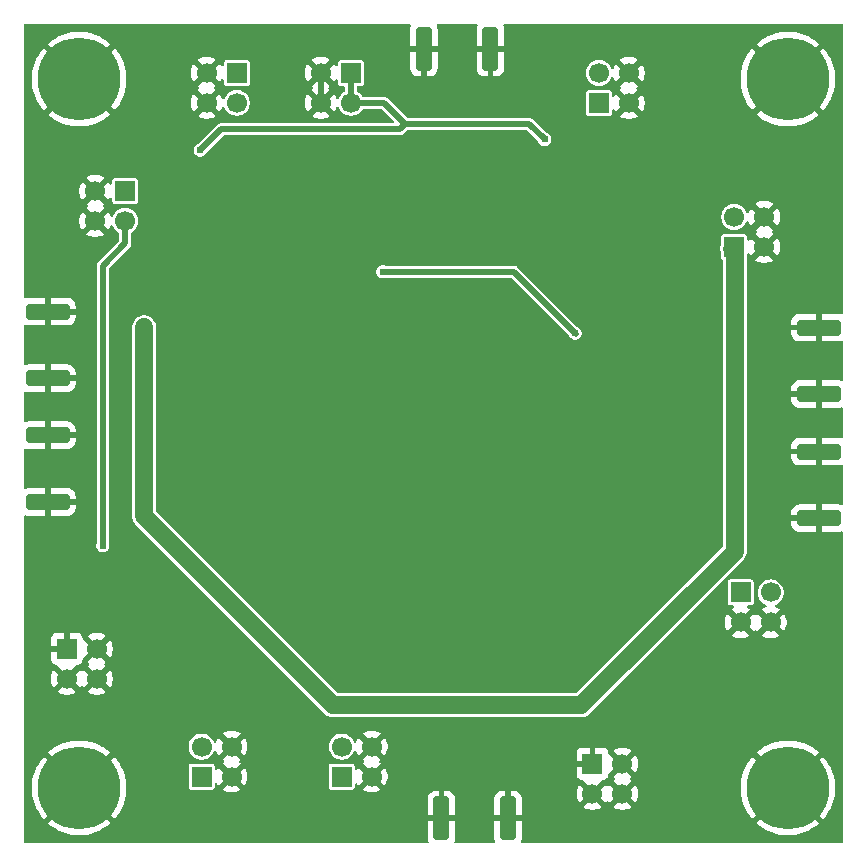
<source format=gbr>
%TF.GenerationSoftware,KiCad,Pcbnew,9.0.3*%
%TF.CreationDate,2025-09-10T16:07:27-04:00*%
%TF.ProjectId,Group4_PCB_AP,47726f75-7034-45f5-9043-425f41502e6b,rev?*%
%TF.SameCoordinates,Original*%
%TF.FileFunction,Copper,L2,Bot*%
%TF.FilePolarity,Positive*%
%FSLAX46Y46*%
G04 Gerber Fmt 4.6, Leading zero omitted, Abs format (unit mm)*
G04 Created by KiCad (PCBNEW 9.0.3) date 2025-09-10 16:07:27*
%MOMM*%
%LPD*%
G01*
G04 APERTURE LIST*
G04 Aperture macros list*
%AMRoundRect*
0 Rectangle with rounded corners*
0 $1 Rounding radius*
0 $2 $3 $4 $5 $6 $7 $8 $9 X,Y pos of 4 corners*
0 Add a 4 corners polygon primitive as box body*
4,1,4,$2,$3,$4,$5,$6,$7,$8,$9,$2,$3,0*
0 Add four circle primitives for the rounded corners*
1,1,$1+$1,$2,$3*
1,1,$1+$1,$4,$5*
1,1,$1+$1,$6,$7*
1,1,$1+$1,$8,$9*
0 Add four rect primitives between the rounded corners*
20,1,$1+$1,$2,$3,$4,$5,0*
20,1,$1+$1,$4,$5,$6,$7,0*
20,1,$1+$1,$6,$7,$8,$9,0*
20,1,$1+$1,$8,$9,$2,$3,0*%
G04 Aperture macros list end*
%TA.AperFunction,ComponentPad*%
%ADD10R,1.700000X1.700000*%
%TD*%
%TA.AperFunction,ComponentPad*%
%ADD11C,1.700000*%
%TD*%
%TA.AperFunction,ComponentPad*%
%ADD12C,7.000000*%
%TD*%
%TA.AperFunction,SMDPad,CuDef*%
%ADD13RoundRect,0.250000X-1.600000X0.425000X-1.600000X-0.425000X1.600000X-0.425000X1.600000X0.425000X0*%
%TD*%
%TA.AperFunction,SMDPad,CuDef*%
%ADD14RoundRect,0.250000X1.600000X-0.425000X1.600000X0.425000X-1.600000X0.425000X-1.600000X-0.425000X0*%
%TD*%
%TA.AperFunction,SMDPad,CuDef*%
%ADD15RoundRect,0.250000X-0.425000X-1.600000X0.425000X-1.600000X0.425000X1.600000X-0.425000X1.600000X0*%
%TD*%
%TA.AperFunction,SMDPad,CuDef*%
%ADD16RoundRect,0.250000X0.425000X1.600000X-0.425000X1.600000X-0.425000X-1.600000X0.425000X-1.600000X0*%
%TD*%
%TA.AperFunction,ViaPad*%
%ADD17C,0.604800*%
%TD*%
%TA.AperFunction,Conductor*%
%ADD18C,0.508000*%
%TD*%
%TA.AperFunction,Conductor*%
%ADD19C,1.524000*%
%TD*%
G04 APERTURE END LIST*
D10*
%TO.P,J33,1,Pin_1*%
%TO.N,/VDD*%
X179400000Y-76960000D03*
D11*
%TO.P,J33,2,Pin_2*%
X179400000Y-79500000D03*
%TO.P,J33,3,Pin_3*%
%TO.N,/GND*%
X176860000Y-76960000D03*
%TO.P,J33,4,Pin_4*%
X176860000Y-79500000D03*
%TD*%
D12*
%TO.P,,1*%
%TO.N,/GND*%
X175500000Y-67500000D03*
%TD*%
D13*
%TO.P,J30,2,Ext*%
%TO.N,/GND*%
X172850500Y-103300000D03*
X172850500Y-97650000D03*
%TD*%
D12*
%TO.P,,1*%
%TO.N,/GND*%
X235500000Y-67500000D03*
%TD*%
D10*
%TO.P,J25,1,Pin_1*%
%TO.N,/VDD_MIX*%
X188836604Y-66960000D03*
D11*
%TO.P,J25,2,Pin_2*%
X188836604Y-69500000D03*
%TO.P,J25,3,Pin_3*%
%TO.N,/GND*%
X186296604Y-66960000D03*
%TO.P,J25,4,Pin_4*%
X186296604Y-69500000D03*
%TD*%
D14*
%TO.P,J23,2,Ext*%
%TO.N,/GND*%
X238149500Y-88525000D03*
X238149500Y-94175000D03*
%TD*%
D10*
%TO.P,J32,1,Pin_1*%
%TO.N,/GND*%
X174460000Y-115725000D03*
D11*
%TO.P,J32,2,Pin_2*%
X177000000Y-115725000D03*
%TO.P,J32,3,Pin_3*%
X174460000Y-118265000D03*
%TO.P,J32,4,Pin_4*%
X177000000Y-118265000D03*
%TD*%
D13*
%TO.P,J29,2,Ext*%
%TO.N,/GND*%
X172850500Y-92825000D03*
X172850500Y-87175000D03*
%TD*%
D12*
%TO.P,,1*%
%TO.N,/GND*%
X235500000Y-127500000D03*
%TD*%
D10*
%TO.P,J27,1,Pin_1*%
%TO.N,/VDD_BB*%
X198500000Y-66960000D03*
D11*
%TO.P,J27,2,Pin_2*%
X198500000Y-69500000D03*
%TO.P,J27,3,Pin_3*%
%TO.N,/GND*%
X195960000Y-66960000D03*
%TO.P,J27,4,Pin_4*%
X195960000Y-69500000D03*
%TD*%
D10*
%TO.P,J31,1,Pin_1*%
%TO.N,/GND*%
X218960000Y-125460000D03*
D11*
%TO.P,J31,2,Pin_2*%
X221500000Y-125460000D03*
%TO.P,J31,3,Pin_3*%
X218960000Y-128000000D03*
%TO.P,J31,4,Pin_4*%
X221500000Y-128000000D03*
%TD*%
D10*
%TO.P,J24,1,Pin_1*%
%TO.N,/VDD_LNA*%
X185860000Y-126540000D03*
D11*
%TO.P,J24,2,Pin_2*%
X185860000Y-124000000D03*
%TO.P,J24,3,Pin_3*%
%TO.N,/GND*%
X188400000Y-126540000D03*
%TO.P,J24,4,Pin_4*%
X188400000Y-124000000D03*
%TD*%
D14*
%TO.P,J22,2,Ext*%
%TO.N,/GND*%
X238149500Y-99025000D03*
X238149500Y-104675000D03*
%TD*%
D12*
%TO.P,,1*%
%TO.N,/GND*%
X175500000Y-127500000D03*
%TD*%
D15*
%TO.P,J19,2,Ext*%
%TO.N,/GND*%
X211825000Y-130087500D03*
X206175000Y-130087500D03*
%TD*%
D10*
%TO.P,J28,1,Pin_1*%
%TO.N,/DQ_EN*%
X197725000Y-126540000D03*
D11*
%TO.P,J28,2,Pin_2*%
X197725000Y-124000000D03*
%TO.P,J28,3,Pin_3*%
%TO.N,/GND*%
X200265000Y-126540000D03*
%TO.P,J28,4,Pin_4*%
X200265000Y-124000000D03*
%TD*%
D10*
%TO.P,J21,1,Pin_1*%
%TO.N,/BIAS_MIXER*%
X219500000Y-69510000D03*
D11*
%TO.P,J21,2,Pin_2*%
X219500000Y-66970000D03*
%TO.P,J21,3,Pin_3*%
%TO.N,/GND*%
X222040000Y-69510000D03*
%TO.P,J21,4,Pin_4*%
X222040000Y-66970000D03*
%TD*%
D10*
%TO.P,J20,1,Pin_1*%
%TO.N,/BIAS_LNA*%
X231500000Y-110960000D03*
D11*
%TO.P,J20,2,Pin_2*%
X234040000Y-110960000D03*
%TO.P,J20,3,Pin_3*%
%TO.N,/GND*%
X231500000Y-113500000D03*
%TO.P,J20,4,Pin_4*%
X234040000Y-113500000D03*
%TD*%
D16*
%TO.P,J18,2,Ext*%
%TO.N,/GND*%
X204675000Y-64912500D03*
X210325000Y-64912500D03*
%TD*%
D10*
%TO.P,J26,1,Pin_1*%
%TO.N,/VDD_DIV*%
X230960000Y-81700000D03*
D11*
%TO.P,J26,2,Pin_2*%
X230960000Y-79160000D03*
%TO.P,J26,3,Pin_3*%
%TO.N,/GND*%
X233500000Y-81700000D03*
%TO.P,J26,4,Pin_4*%
X233500000Y-79160000D03*
%TD*%
D17*
%TO.N,/GND*%
X194955500Y-105017500D03*
X212955500Y-108017500D03*
X185955500Y-82517500D03*
X190455500Y-109517500D03*
X202455500Y-64517500D03*
X224955500Y-81017500D03*
X182955500Y-87017500D03*
X218955500Y-90017500D03*
X172500000Y-95000000D03*
X194955500Y-109517500D03*
X197955500Y-87017500D03*
X182955500Y-67517500D03*
X238455500Y-75017500D03*
X175455500Y-108017500D03*
X236955500Y-82517500D03*
X194955500Y-106517500D03*
X220455500Y-112517500D03*
X211455500Y-106517500D03*
X190455500Y-81017500D03*
X218955500Y-115517500D03*
X209955500Y-75017500D03*
X188955500Y-76517500D03*
X232455500Y-105017500D03*
X203955500Y-130517500D03*
X182955500Y-73517500D03*
X226455500Y-67517500D03*
X227955500Y-69017500D03*
X211455500Y-126017500D03*
X209955500Y-69017500D03*
X191955500Y-112517500D03*
X206955500Y-124517500D03*
X221955500Y-90017500D03*
X193455500Y-78017500D03*
X233955500Y-120017500D03*
X209955500Y-73517500D03*
X226455500Y-117017500D03*
X193455500Y-114017500D03*
X215955500Y-106517500D03*
X179955500Y-69017500D03*
X182955500Y-66017500D03*
X235455500Y-79517500D03*
X232455500Y-106517500D03*
X184455500Y-82517500D03*
X238455500Y-109517500D03*
X173750000Y-95000000D03*
X236955500Y-75017500D03*
X236955500Y-108017500D03*
X220455500Y-75017500D03*
X227955500Y-67517500D03*
X236955500Y-120017500D03*
X182955500Y-120017500D03*
X178455500Y-85517500D03*
X224955500Y-75017500D03*
X203955500Y-78017500D03*
X214455500Y-66017500D03*
X220455500Y-109517500D03*
X172455500Y-73517500D03*
X221955500Y-120017500D03*
X217455500Y-111017500D03*
X214455500Y-123017500D03*
X173955500Y-76517500D03*
X217455500Y-109517500D03*
X215955500Y-109517500D03*
X178455500Y-91517500D03*
X233955500Y-118517500D03*
X185955500Y-118517500D03*
X217455500Y-108017500D03*
X173955500Y-112517500D03*
X191955500Y-81017500D03*
X209955500Y-78017500D03*
X173955500Y-73517500D03*
X191955500Y-66017500D03*
X173955500Y-81017500D03*
X223455500Y-78017500D03*
X185955500Y-121517500D03*
X236955500Y-72017500D03*
X188955500Y-75017500D03*
X191955500Y-109517500D03*
X188955500Y-121517500D03*
X232455500Y-93017500D03*
X191955500Y-127517500D03*
X221955500Y-121517500D03*
X188955500Y-118517500D03*
X229455500Y-75017500D03*
X220455500Y-73517500D03*
X194955500Y-112517500D03*
X229455500Y-79517500D03*
X205455500Y-76517500D03*
X181455500Y-67517500D03*
X191955500Y-79517500D03*
X185955500Y-106517500D03*
X190455500Y-121517500D03*
X178455500Y-99017500D03*
X238455500Y-73517500D03*
X227955500Y-88517500D03*
X226455500Y-72017500D03*
X187455500Y-118517500D03*
X179955500Y-67517500D03*
X214455500Y-106517500D03*
X212955500Y-106517500D03*
X233955500Y-87017500D03*
X205455500Y-111017500D03*
X227955500Y-73517500D03*
X220455500Y-121517500D03*
X188955500Y-81017500D03*
X185955500Y-78017500D03*
X215955500Y-115517500D03*
X175250000Y-95000000D03*
X233955500Y-72017500D03*
X172455500Y-76517500D03*
X202455500Y-67517500D03*
X181455500Y-123017500D03*
X238455500Y-115517500D03*
X206955500Y-127517500D03*
X182955500Y-117017500D03*
X209955500Y-81017500D03*
X182955500Y-115517500D03*
X179955500Y-70517500D03*
X181455500Y-64517500D03*
X221955500Y-81017500D03*
X215955500Y-70517500D03*
X205455500Y-126017500D03*
X191955500Y-82517500D03*
X215955500Y-111017500D03*
X226455500Y-69017500D03*
X188955500Y-115517500D03*
X197955500Y-85517500D03*
X176955500Y-72017500D03*
X220455500Y-78017500D03*
X218955500Y-108017500D03*
X212955500Y-67517500D03*
X202455500Y-69017500D03*
X232455500Y-73517500D03*
X173955500Y-79517500D03*
X206955500Y-114017500D03*
X184455500Y-112517500D03*
X226455500Y-79517500D03*
X172455500Y-75017500D03*
X227955500Y-66017500D03*
X224955500Y-73517500D03*
X229455500Y-64517500D03*
X179955500Y-121517500D03*
X187455500Y-121517500D03*
X179955500Y-117017500D03*
X214455500Y-130517500D03*
X185955500Y-114017500D03*
X221955500Y-111017500D03*
X184455500Y-117017500D03*
X175455500Y-123017500D03*
X173955500Y-75017500D03*
X181455500Y-129017500D03*
X187455500Y-82517500D03*
X179955500Y-111017500D03*
X173955500Y-106517500D03*
X193455500Y-126017500D03*
X238455500Y-79517500D03*
X175455500Y-111017500D03*
X182955500Y-114017500D03*
X224955500Y-72017500D03*
X229455500Y-78017500D03*
X212955500Y-111017500D03*
X215955500Y-114017500D03*
X215955500Y-117017500D03*
X236955500Y-79517500D03*
X211455500Y-124517500D03*
X190455500Y-111017500D03*
X212955500Y-126017500D03*
X185955500Y-79517500D03*
X190455500Y-108017500D03*
X229455500Y-81017500D03*
X184455500Y-115517500D03*
X182955500Y-124517500D03*
X229455500Y-69017500D03*
X224955500Y-66017500D03*
X194955500Y-126017500D03*
X217455500Y-106517500D03*
X215955500Y-112517500D03*
X182955500Y-79517500D03*
X193455500Y-108017500D03*
X182955500Y-81017500D03*
X226455500Y-90017500D03*
X236955500Y-76517500D03*
X214455500Y-112517500D03*
X211455500Y-108017500D03*
X188955500Y-78017500D03*
X215955500Y-130517500D03*
X190455500Y-118517500D03*
X235455500Y-84017500D03*
X229455500Y-105017500D03*
X238455500Y-123017500D03*
X214455500Y-64517500D03*
X188955500Y-79517500D03*
X179955500Y-106517500D03*
X203955500Y-73517500D03*
X223455500Y-79517500D03*
X181455500Y-124517500D03*
X214455500Y-108017500D03*
X233955500Y-88517500D03*
X182955500Y-90017500D03*
X190455500Y-73517500D03*
X238455500Y-118517500D03*
X223455500Y-81017500D03*
X182955500Y-82517500D03*
X226455500Y-82517500D03*
X206955500Y-108017500D03*
X229455500Y-66017500D03*
X217455500Y-115517500D03*
X238500000Y-96500000D03*
X220455500Y-76517500D03*
X227955500Y-64517500D03*
X191955500Y-78017500D03*
X190455500Y-75017500D03*
X182955500Y-118517500D03*
X238455500Y-114017500D03*
X238455500Y-111017500D03*
X211455500Y-109517500D03*
X211455500Y-127517500D03*
X209955500Y-76517500D03*
X191955500Y-129017500D03*
X212955500Y-124517500D03*
X203955500Y-76517500D03*
X232455500Y-72017500D03*
X196455500Y-85517500D03*
X193455500Y-129017500D03*
X211455500Y-118517500D03*
X188955500Y-117017500D03*
X172455500Y-82517500D03*
X212955500Y-64517500D03*
X185955500Y-120017500D03*
X205455500Y-123017500D03*
X190455500Y-78017500D03*
X179955500Y-72017500D03*
X223455500Y-90017500D03*
X191955500Y-75017500D03*
X188955500Y-109517500D03*
X191955500Y-106517500D03*
X185955500Y-81017500D03*
X179955500Y-126017500D03*
X179955500Y-127517500D03*
X227955500Y-78017500D03*
X205455500Y-127517500D03*
X226455500Y-76517500D03*
X227955500Y-79517500D03*
X215955500Y-67517500D03*
X191955500Y-64517500D03*
X172455500Y-106517500D03*
X226455500Y-75017500D03*
X224955500Y-108017500D03*
X175455500Y-84017500D03*
X203955500Y-123017500D03*
X187455500Y-81017500D03*
X205455500Y-78017500D03*
X227955500Y-81017500D03*
X194955500Y-130517500D03*
X173955500Y-111017500D03*
X187455500Y-79517500D03*
X237000000Y-96500000D03*
X190455500Y-120017500D03*
X212955500Y-109517500D03*
X235455500Y-81017500D03*
X232455500Y-118517500D03*
X214455500Y-127517500D03*
X238455500Y-78017500D03*
X224955500Y-90017500D03*
X233955500Y-73517500D03*
X223455500Y-108017500D03*
X203955500Y-79517500D03*
X220455500Y-90017500D03*
X206955500Y-123017500D03*
X184455500Y-114017500D03*
X236955500Y-118517500D03*
X233955500Y-90017500D03*
X179955500Y-124517500D03*
X221955500Y-109517500D03*
X209955500Y-67517500D03*
X232455500Y-91517500D03*
X182955500Y-72017500D03*
X235455500Y-121517500D03*
X220455500Y-82517500D03*
X172455500Y-79517500D03*
X226455500Y-78017500D03*
X227955500Y-72017500D03*
X190455500Y-84017500D03*
X223455500Y-111017500D03*
X178455500Y-72017500D03*
X238455500Y-76517500D03*
X229455500Y-94517500D03*
X203955500Y-129017500D03*
X193455500Y-75017500D03*
X175455500Y-106517500D03*
X223455500Y-120017500D03*
X182955500Y-112517500D03*
X236955500Y-73517500D03*
X191955500Y-126017500D03*
X211455500Y-115517500D03*
X181455500Y-127517500D03*
X230955500Y-66017500D03*
X227955500Y-75017500D03*
X173955500Y-78017500D03*
X181455500Y-130517500D03*
X182955500Y-103517500D03*
X191955500Y-84017500D03*
X178455500Y-105017500D03*
X178455500Y-102017500D03*
X224955500Y-82517500D03*
X182955500Y-64517500D03*
X217455500Y-114017500D03*
X221955500Y-73517500D03*
X229455500Y-91517500D03*
X236955500Y-84017500D03*
X215955500Y-129017500D03*
X232455500Y-123017500D03*
X227955500Y-82517500D03*
X224955500Y-76517500D03*
X191955500Y-124517500D03*
X181455500Y-126017500D03*
X229455500Y-72017500D03*
X236955500Y-78017500D03*
X182955500Y-84017500D03*
X230955500Y-73517500D03*
X172455500Y-81017500D03*
X187455500Y-117017500D03*
X184455500Y-81017500D03*
X193455500Y-73517500D03*
X217455500Y-112517500D03*
X215955500Y-124517500D03*
X203955500Y-124517500D03*
X233955500Y-85517500D03*
X181455500Y-70517500D03*
X232455500Y-87017500D03*
X212955500Y-123017500D03*
X235455500Y-120017500D03*
X187455500Y-108017500D03*
X182955500Y-85517500D03*
X215955500Y-108017500D03*
X178455500Y-84017500D03*
X230955500Y-64517500D03*
X214455500Y-126017500D03*
X178455500Y-100517500D03*
X178455500Y-90017500D03*
X196455500Y-87017500D03*
X193455500Y-130517500D03*
X230955500Y-67517500D03*
X206955500Y-115517500D03*
X224955500Y-69017500D03*
X211455500Y-114017500D03*
X209955500Y-79517500D03*
X187455500Y-114017500D03*
X187455500Y-106517500D03*
X191955500Y-67517500D03*
X193455500Y-84017500D03*
X233955500Y-75017500D03*
X182955500Y-111017500D03*
X214455500Y-118517500D03*
X191955500Y-73517500D03*
X191955500Y-118517500D03*
X173955500Y-84017500D03*
X172455500Y-123017500D03*
X193455500Y-76517500D03*
X233955500Y-96017500D03*
X206955500Y-126017500D03*
X194955500Y-115517500D03*
X236955500Y-123017500D03*
X218955500Y-112517500D03*
X226455500Y-66017500D03*
X194955500Y-121517500D03*
X226455500Y-115517500D03*
X173955500Y-82517500D03*
X235455500Y-82517500D03*
X238455500Y-81017500D03*
X206955500Y-106517500D03*
X179955500Y-120017500D03*
X205455500Y-118517500D03*
X203955500Y-75017500D03*
X173955500Y-109517500D03*
X173955500Y-72017500D03*
X232455500Y-90017500D03*
X218955500Y-114017500D03*
X238455500Y-112517500D03*
X215955500Y-123017500D03*
X227955500Y-76517500D03*
X235455500Y-123017500D03*
X175455500Y-109517500D03*
X229455500Y-70517500D03*
X223455500Y-76517500D03*
X229455500Y-90017500D03*
X197955500Y-84017500D03*
X193455500Y-82517500D03*
X184455500Y-84017500D03*
X196455500Y-106517500D03*
X214455500Y-115517500D03*
X235455500Y-85517500D03*
X203955500Y-69017500D03*
X182955500Y-109517500D03*
X193455500Y-81017500D03*
X181455500Y-66017500D03*
X193455500Y-106517500D03*
X172455500Y-108017500D03*
X235455500Y-73517500D03*
X179955500Y-108017500D03*
X211455500Y-123017500D03*
X233955500Y-121517500D03*
X182955500Y-70517500D03*
X184455500Y-120017500D03*
X236955500Y-121517500D03*
X238455500Y-121517500D03*
X238455500Y-108017500D03*
X214455500Y-111017500D03*
X172455500Y-78017500D03*
X203955500Y-67517500D03*
X223455500Y-121517500D03*
X238455500Y-120017500D03*
X212955500Y-127517500D03*
X235455500Y-118517500D03*
X214455500Y-129017500D03*
X215955500Y-127517500D03*
X190455500Y-82517500D03*
X176250000Y-94000000D03*
X185955500Y-115517500D03*
X173955500Y-108017500D03*
X200955500Y-118517500D03*
X217455500Y-117017500D03*
X235500000Y-96500000D03*
X206955500Y-118517500D03*
X226455500Y-70517500D03*
X233955500Y-76517500D03*
X202455500Y-66017500D03*
X188955500Y-82517500D03*
X232455500Y-75017500D03*
X230955500Y-76517500D03*
X190455500Y-117017500D03*
X229455500Y-73517500D03*
X224955500Y-70517500D03*
X226455500Y-73517500D03*
X181455500Y-72017500D03*
X182955500Y-100517500D03*
X205455500Y-109517500D03*
X179955500Y-118517500D03*
X179955500Y-109517500D03*
X191955500Y-108017500D03*
X233955500Y-123017500D03*
X184455500Y-118517500D03*
X193455500Y-124517500D03*
X190455500Y-106517500D03*
X206955500Y-109517500D03*
X221955500Y-108017500D03*
X212955500Y-66017500D03*
X184455500Y-79517500D03*
X191955500Y-130517500D03*
X187455500Y-84017500D03*
X179955500Y-129017500D03*
X188955500Y-106517500D03*
X235455500Y-108017500D03*
X194955500Y-85517500D03*
X221955500Y-79517500D03*
X185955500Y-112517500D03*
X203955500Y-127517500D03*
X182955500Y-126017500D03*
X232455500Y-108017500D03*
X196455500Y-84017500D03*
X212955500Y-112517500D03*
X232455500Y-100517500D03*
X178455500Y-103517500D03*
X224955500Y-79517500D03*
X191955500Y-76517500D03*
X224955500Y-67517500D03*
X193455500Y-109517500D03*
X238455500Y-82517500D03*
X224955500Y-117017500D03*
X194955500Y-123017500D03*
X194955500Y-111017500D03*
X205455500Y-69017500D03*
X193455500Y-127517500D03*
X172455500Y-109517500D03*
X223455500Y-73517500D03*
X203955500Y-81017500D03*
X220455500Y-114017500D03*
X229455500Y-102017500D03*
X211455500Y-117017500D03*
X224955500Y-78017500D03*
X220455500Y-81017500D03*
X214455500Y-114017500D03*
X211455500Y-112517500D03*
X230955500Y-69017500D03*
X238455500Y-85517500D03*
X218955500Y-109517500D03*
X188955500Y-84017500D03*
X172455500Y-84017500D03*
X212955500Y-69017500D03*
X181455500Y-69017500D03*
X212955500Y-114017500D03*
X218955500Y-111017500D03*
X203955500Y-126017500D03*
X212955500Y-118517500D03*
X236955500Y-85517500D03*
X184455500Y-111017500D03*
X187455500Y-120017500D03*
X179955500Y-123017500D03*
X223455500Y-109517500D03*
X232455500Y-76517500D03*
X205455500Y-112517500D03*
X179955500Y-66017500D03*
X172455500Y-72017500D03*
X206955500Y-117017500D03*
X221955500Y-78017500D03*
X214455500Y-67517500D03*
X220455500Y-108017500D03*
X209955500Y-82517500D03*
X175455500Y-112517500D03*
X215955500Y-126017500D03*
X185955500Y-84017500D03*
X176250000Y-95750000D03*
X194955500Y-127517500D03*
X172455500Y-111017500D03*
X205455500Y-117017500D03*
X238455500Y-84017500D03*
X178455500Y-88517500D03*
X205455500Y-81017500D03*
X175455500Y-72017500D03*
X191955500Y-111017500D03*
X194955500Y-124517500D03*
X190455500Y-79517500D03*
X194955500Y-108017500D03*
X235455500Y-78017500D03*
X214455500Y-109517500D03*
X224955500Y-109517500D03*
X214455500Y-124517500D03*
X223455500Y-75017500D03*
X232455500Y-121517500D03*
X233955500Y-91517500D03*
X212955500Y-115517500D03*
X205455500Y-67517500D03*
X211455500Y-111017500D03*
X227955500Y-70517500D03*
X172455500Y-112517500D03*
X232455500Y-88517500D03*
X193455500Y-112517500D03*
X193455500Y-123017500D03*
X179955500Y-130517500D03*
X205455500Y-124517500D03*
X205455500Y-108017500D03*
X214455500Y-117017500D03*
X221955500Y-82517500D03*
X227955500Y-90017500D03*
X193455500Y-111017500D03*
X206955500Y-111017500D03*
X236955500Y-81017500D03*
X191955500Y-120017500D03*
X211455500Y-69017500D03*
X188955500Y-120017500D03*
X221955500Y-75017500D03*
X182955500Y-127517500D03*
X179955500Y-115517500D03*
X229455500Y-67517500D03*
X212955500Y-117017500D03*
X223455500Y-82517500D03*
X235455500Y-75017500D03*
X230955500Y-72017500D03*
X235455500Y-72017500D03*
X185955500Y-117017500D03*
X229455500Y-93017500D03*
X215955500Y-118517500D03*
X221955500Y-76517500D03*
X220455500Y-79517500D03*
X188955500Y-108017500D03*
X226455500Y-64517500D03*
X184455500Y-72017500D03*
X173955500Y-123017500D03*
X187455500Y-115517500D03*
X233955500Y-102017500D03*
X176955500Y-123017500D03*
X223455500Y-118517500D03*
X194955500Y-114017500D03*
X212955500Y-73517500D03*
X215955500Y-66017500D03*
X235455500Y-76517500D03*
X205455500Y-79517500D03*
X182955500Y-69017500D03*
X206955500Y-112517500D03*
X238455500Y-72017500D03*
X238455500Y-117017500D03*
X190455500Y-76517500D03*
X184455500Y-121517500D03*
X230955500Y-75017500D03*
X220455500Y-111017500D03*
X179955500Y-64517500D03*
X194955500Y-84017500D03*
X229455500Y-88517500D03*
X232455500Y-120017500D03*
X194955500Y-129017500D03*
X178455500Y-123017500D03*
X230955500Y-70517500D03*
X229455500Y-76517500D03*
X196455500Y-105017500D03*
X205455500Y-114017500D03*
X221955500Y-112517500D03*
X205455500Y-115517500D03*
X211455500Y-67517500D03*
X178455500Y-87017500D03*
X226455500Y-81017500D03*
X193455500Y-79517500D03*
X233955500Y-97517500D03*
%TO.N,/VDD*%
X177500000Y-107000000D03*
%TO.N,/VDD_MIX*%
X217500000Y-89000000D03*
X201200000Y-83800000D03*
%TO.N,/VDD_DIV*%
X198700000Y-120500000D03*
X181000000Y-88500000D03*
X231000000Y-103700000D03*
%TO.N,/VDD_BB*%
X214900000Y-72600000D03*
X185750000Y-73500000D03*
%TD*%
D18*
%TO.N,/GND*%
X195960000Y-69500000D02*
X195960000Y-66960000D01*
X195960000Y-66960000D02*
X195950000Y-66950000D01*
X222040000Y-66970000D02*
X222470000Y-67400000D01*
X235400000Y-67400000D02*
X235500000Y-67500000D01*
%TO.N,/VDD*%
X177500000Y-83300000D02*
X179400000Y-81400000D01*
X177500000Y-107000000D02*
X177500000Y-83300000D01*
X179400000Y-81400000D02*
X179400000Y-79500000D01*
%TO.N,/VDD_MIX*%
X212300000Y-83800000D02*
X217537500Y-89037500D01*
X201200000Y-83800000D02*
X212300000Y-83800000D01*
D19*
%TO.N,/VDD_DIV*%
X197000000Y-120500000D02*
X181000000Y-104500000D01*
X231000000Y-81740000D02*
X231000000Y-107500000D01*
X231000000Y-107500000D02*
X218000000Y-120500000D01*
X230960000Y-81700000D02*
X231000000Y-81740000D01*
X230960000Y-81700000D02*
X230800000Y-81860000D01*
X181000000Y-104500000D02*
X181000000Y-88500000D01*
X218000000Y-120500000D02*
X197000000Y-120500000D01*
D18*
%TO.N,/VDD_BB*%
X213600000Y-71300000D02*
X214900000Y-72600000D01*
X185750000Y-73500000D02*
X187500000Y-71750000D01*
X198500000Y-69500000D02*
X201300000Y-69500000D01*
X187500000Y-71750000D02*
X202650000Y-71750000D01*
X203100000Y-71300000D02*
X213600000Y-71300000D01*
X202650000Y-71750000D02*
X203100000Y-71300000D01*
X198500000Y-66950000D02*
X198500000Y-69500000D01*
X201300000Y-69500000D02*
X203100000Y-71300000D01*
%TD*%
%TA.AperFunction,Conductor*%
%TO.N,/GND*%
G36*
X221034075Y-125652993D02*
G01*
X221099901Y-125767007D01*
X221192993Y-125860099D01*
X221307007Y-125925925D01*
X221370591Y-125942962D01*
X220769971Y-126543581D01*
X220848711Y-126660895D01*
X220869727Y-126727529D01*
X220851383Y-126794947D01*
X220802051Y-126840483D01*
X220792440Y-126845380D01*
X220738282Y-126884727D01*
X220738282Y-126884728D01*
X221370591Y-127517037D01*
X221307007Y-127534075D01*
X221192993Y-127599901D01*
X221099901Y-127692993D01*
X221034075Y-127807007D01*
X221017037Y-127870591D01*
X220384728Y-127238282D01*
X220384727Y-127238282D01*
X220345380Y-127292440D01*
X220340483Y-127302051D01*
X220292506Y-127352845D01*
X220224684Y-127369638D01*
X220158550Y-127347098D01*
X220119516Y-127302048D01*
X220114626Y-127292452D01*
X220075270Y-127238282D01*
X220075269Y-127238282D01*
X219442962Y-127870590D01*
X219425925Y-127807007D01*
X219360099Y-127692993D01*
X219267007Y-127599901D01*
X219152993Y-127534075D01*
X219089409Y-127517037D01*
X219758802Y-126847642D01*
X219820125Y-126814157D01*
X219834833Y-126815078D01*
X219834556Y-126812501D01*
X219917375Y-126803598D01*
X220052086Y-126753354D01*
X220052093Y-126753350D01*
X220167187Y-126667190D01*
X220167190Y-126667187D01*
X220253350Y-126552093D01*
X220253354Y-126552086D01*
X220275529Y-126492632D01*
X220314319Y-126319390D01*
X220314682Y-126318734D01*
X220314642Y-126317984D01*
X220347642Y-126258802D01*
X221017037Y-125589408D01*
X221034075Y-125652993D01*
G37*
%TD.AperFunction*%
%TA.AperFunction,Conductor*%
G36*
X176534075Y-115917993D02*
G01*
X176599901Y-116032007D01*
X176692993Y-116125099D01*
X176807007Y-116190925D01*
X176870591Y-116207962D01*
X176269971Y-116808581D01*
X176348711Y-116925895D01*
X176369727Y-116992529D01*
X176351383Y-117059947D01*
X176302051Y-117105483D01*
X176292440Y-117110380D01*
X176238282Y-117149727D01*
X176238282Y-117149728D01*
X176870591Y-117782037D01*
X176807007Y-117799075D01*
X176692993Y-117864901D01*
X176599901Y-117957993D01*
X176534075Y-118072007D01*
X176517037Y-118135591D01*
X175884728Y-117503282D01*
X175884727Y-117503282D01*
X175845380Y-117557440D01*
X175840483Y-117567051D01*
X175792506Y-117617845D01*
X175724684Y-117634638D01*
X175658550Y-117612098D01*
X175619516Y-117567048D01*
X175614626Y-117557452D01*
X175575270Y-117503282D01*
X175575269Y-117503282D01*
X174942962Y-118135590D01*
X174925925Y-118072007D01*
X174860099Y-117957993D01*
X174767007Y-117864901D01*
X174652993Y-117799075D01*
X174589409Y-117782037D01*
X175258802Y-117112642D01*
X175320125Y-117079157D01*
X175334833Y-117080078D01*
X175334556Y-117077501D01*
X175417375Y-117068598D01*
X175552086Y-117018354D01*
X175552093Y-117018350D01*
X175667187Y-116932190D01*
X175667190Y-116932187D01*
X175753350Y-116817093D01*
X175753354Y-116817086D01*
X175775529Y-116757632D01*
X175814319Y-116584390D01*
X175814682Y-116583734D01*
X175814642Y-116582984D01*
X175847642Y-116523802D01*
X176517037Y-115854408D01*
X176534075Y-115917993D01*
G37*
%TD.AperFunction*%
%TA.AperFunction,Conductor*%
G36*
X197075270Y-67721717D02*
G01*
X197075270Y-67721716D01*
X197114622Y-67667554D01*
X197165015Y-67568654D01*
X197212990Y-67517858D01*
X197280811Y-67501063D01*
X197346946Y-67523600D01*
X197390397Y-67578315D01*
X197399500Y-67624949D01*
X197399500Y-67834678D01*
X197414032Y-67907735D01*
X197414033Y-67907739D01*
X197416367Y-67911232D01*
X197469399Y-67990601D01*
X197548423Y-68043402D01*
X197552260Y-68045966D01*
X197552264Y-68045967D01*
X197625321Y-68060499D01*
X197625324Y-68060500D01*
X197625326Y-68060500D01*
X197871500Y-68060500D01*
X197938539Y-68080185D01*
X197984294Y-68132989D01*
X197995500Y-68184500D01*
X197995500Y-68445947D01*
X197975815Y-68512986D01*
X197927805Y-68556427D01*
X197923213Y-68558767D01*
X197918400Y-68562264D01*
X197783072Y-68660586D01*
X197783070Y-68660588D01*
X197783069Y-68660588D01*
X197660588Y-68783069D01*
X197660588Y-68783070D01*
X197660586Y-68783072D01*
X197646512Y-68802443D01*
X197558768Y-68923211D01*
X197480128Y-69077550D01*
X197479099Y-69080720D01*
X197478381Y-69081769D01*
X197478266Y-69082048D01*
X197478207Y-69082023D01*
X197439657Y-69138393D01*
X197375297Y-69165587D01*
X197306451Y-69153668D01*
X197254979Y-69106420D01*
X197243239Y-69080711D01*
X197211096Y-68981784D01*
X197114624Y-68792449D01*
X197075270Y-68738282D01*
X197075269Y-68738282D01*
X196442962Y-69370590D01*
X196425925Y-69307007D01*
X196360099Y-69192993D01*
X196267007Y-69099901D01*
X196152993Y-69034075D01*
X196089409Y-69017037D01*
X196721716Y-68384728D01*
X196667550Y-68345375D01*
X196657954Y-68340486D01*
X196607157Y-68292512D01*
X196590361Y-68224692D01*
X196612897Y-68158556D01*
X196657954Y-68119514D01*
X196667554Y-68114622D01*
X196721716Y-68075270D01*
X196721717Y-68075270D01*
X196089408Y-67442962D01*
X196152993Y-67425925D01*
X196267007Y-67360099D01*
X196360099Y-67267007D01*
X196425925Y-67152993D01*
X196442962Y-67089408D01*
X197075270Y-67721717D01*
G37*
%TD.AperFunction*%
%TA.AperFunction,Conductor*%
G36*
X203529475Y-62820185D02*
G01*
X203575230Y-62872989D01*
X203585174Y-62942147D01*
X203567973Y-62989600D01*
X203565643Y-62993376D01*
X203565641Y-62993380D01*
X203510494Y-63159802D01*
X203510493Y-63159809D01*
X203500000Y-63262513D01*
X203500000Y-64662500D01*
X205849999Y-64662500D01*
X205849999Y-63262528D01*
X205849998Y-63262513D01*
X205839505Y-63159802D01*
X205784358Y-62993380D01*
X205784356Y-62993376D01*
X205782027Y-62989600D01*
X205763585Y-62922208D01*
X205784506Y-62855544D01*
X205838147Y-62810773D01*
X205887564Y-62800500D01*
X209112436Y-62800500D01*
X209179475Y-62820185D01*
X209225230Y-62872989D01*
X209235174Y-62942147D01*
X209217973Y-62989600D01*
X209215643Y-62993376D01*
X209215641Y-62993380D01*
X209160494Y-63159802D01*
X209160493Y-63159809D01*
X209150000Y-63262513D01*
X209150000Y-64662500D01*
X211499999Y-64662500D01*
X211499999Y-63262528D01*
X211499998Y-63262513D01*
X211489505Y-63159802D01*
X211434358Y-62993380D01*
X211434356Y-62993376D01*
X211432027Y-62989600D01*
X211413585Y-62922208D01*
X211434506Y-62855544D01*
X211488147Y-62810773D01*
X211537564Y-62800500D01*
X240075500Y-62800500D01*
X240142539Y-62820185D01*
X240188294Y-62872989D01*
X240199500Y-62924500D01*
X240199500Y-87287290D01*
X240179815Y-87354329D01*
X240127011Y-87400084D01*
X240057853Y-87410028D01*
X240036497Y-87404996D01*
X239902200Y-87360495D01*
X239902190Y-87360493D01*
X239799486Y-87350000D01*
X238399500Y-87350000D01*
X238399500Y-89699999D01*
X239799472Y-89699999D01*
X239799486Y-89699998D01*
X239902197Y-89689505D01*
X240036496Y-89645003D01*
X240106324Y-89642601D01*
X240166366Y-89678333D01*
X240197559Y-89740853D01*
X240199500Y-89762709D01*
X240199500Y-92937290D01*
X240179815Y-93004329D01*
X240127011Y-93050084D01*
X240057853Y-93060028D01*
X240036497Y-93054996D01*
X239902200Y-93010495D01*
X239902190Y-93010493D01*
X239799486Y-93000000D01*
X238399500Y-93000000D01*
X238399500Y-95349999D01*
X239799472Y-95349999D01*
X239799486Y-95349998D01*
X239902197Y-95339505D01*
X240036496Y-95295003D01*
X240106324Y-95292601D01*
X240166366Y-95328333D01*
X240197559Y-95390853D01*
X240199500Y-95412709D01*
X240199500Y-97787290D01*
X240179815Y-97854329D01*
X240127011Y-97900084D01*
X240057853Y-97910028D01*
X240036497Y-97904996D01*
X239902200Y-97860495D01*
X239902190Y-97860493D01*
X239799486Y-97850000D01*
X238399500Y-97850000D01*
X238399500Y-100199999D01*
X239799472Y-100199999D01*
X239799486Y-100199998D01*
X239902197Y-100189505D01*
X240036496Y-100145003D01*
X240106324Y-100142601D01*
X240166366Y-100178333D01*
X240197559Y-100240853D01*
X240199500Y-100262709D01*
X240199500Y-103437290D01*
X240179815Y-103504329D01*
X240127011Y-103550084D01*
X240057853Y-103560028D01*
X240036497Y-103554996D01*
X239902200Y-103510495D01*
X239902190Y-103510493D01*
X239799486Y-103500000D01*
X238399500Y-103500000D01*
X238399500Y-105849999D01*
X239799472Y-105849999D01*
X239799486Y-105849998D01*
X239902197Y-105839505D01*
X240036496Y-105795003D01*
X240106324Y-105792601D01*
X240166366Y-105828333D01*
X240197559Y-105890853D01*
X240199500Y-105912709D01*
X240199500Y-132075500D01*
X240179815Y-132142539D01*
X240127011Y-132188294D01*
X240075500Y-132199500D01*
X213037564Y-132199500D01*
X212970525Y-132179815D01*
X212924770Y-132127011D01*
X212914826Y-132057853D01*
X212932027Y-132010400D01*
X212934356Y-132006623D01*
X212934358Y-132006619D01*
X212989505Y-131840197D01*
X212989506Y-131840190D01*
X212999999Y-131737486D01*
X213000000Y-131737473D01*
X213000000Y-130337500D01*
X210650001Y-130337500D01*
X210650001Y-131737486D01*
X210660494Y-131840197D01*
X210715641Y-132006619D01*
X210715643Y-132006623D01*
X210717973Y-132010400D01*
X210736415Y-132077792D01*
X210715494Y-132144456D01*
X210661853Y-132189227D01*
X210612436Y-132199500D01*
X207387564Y-132199500D01*
X207320525Y-132179815D01*
X207274770Y-132127011D01*
X207264826Y-132057853D01*
X207282027Y-132010400D01*
X207284356Y-132006623D01*
X207284358Y-132006619D01*
X207339505Y-131840197D01*
X207339506Y-131840190D01*
X207349999Y-131737486D01*
X207350000Y-131737473D01*
X207350000Y-130337500D01*
X205000001Y-130337500D01*
X205000001Y-131737486D01*
X205010494Y-131840197D01*
X205065641Y-132006619D01*
X205065643Y-132006623D01*
X205067973Y-132010400D01*
X205086415Y-132077792D01*
X205065494Y-132144456D01*
X205011853Y-132189227D01*
X204962436Y-132199500D01*
X170924500Y-132199500D01*
X170857461Y-132179815D01*
X170811706Y-132127011D01*
X170800500Y-132075500D01*
X170800500Y-127303496D01*
X171500000Y-127303496D01*
X171500000Y-127696503D01*
X171538521Y-128087629D01*
X171615194Y-128473087D01*
X171729282Y-128849186D01*
X171879683Y-129212285D01*
X171879685Y-129212290D01*
X172064941Y-129558879D01*
X172064952Y-129558897D01*
X172283289Y-129885662D01*
X172283299Y-129885676D01*
X172498521Y-130147924D01*
X174098381Y-128548064D01*
X174181457Y-128656331D01*
X174343669Y-128818543D01*
X174451934Y-128901618D01*
X172852074Y-130501477D01*
X173114323Y-130716700D01*
X173114337Y-130716710D01*
X173441102Y-130935047D01*
X173441120Y-130935058D01*
X173787709Y-131120314D01*
X173787714Y-131120316D01*
X174150813Y-131270717D01*
X174526912Y-131384805D01*
X174912371Y-131461478D01*
X174912370Y-131461478D01*
X175303496Y-131500000D01*
X175696504Y-131500000D01*
X176087629Y-131461478D01*
X176473087Y-131384805D01*
X176849186Y-131270717D01*
X177212285Y-131120316D01*
X177212290Y-131120314D01*
X177558879Y-130935058D01*
X177558897Y-130935047D01*
X177885662Y-130716710D01*
X177885676Y-130716700D01*
X178147923Y-130501478D01*
X178147924Y-130501477D01*
X176548064Y-128901618D01*
X176656331Y-128818543D01*
X176818543Y-128656331D01*
X176901618Y-128548065D01*
X178501477Y-130147924D01*
X178501478Y-130147923D01*
X178716700Y-129885676D01*
X178716710Y-129885662D01*
X178935047Y-129558897D01*
X178935058Y-129558879D01*
X179120314Y-129212290D01*
X179120316Y-129212285D01*
X179270717Y-128849186D01*
X179384804Y-128473088D01*
X179391881Y-128437513D01*
X205000000Y-128437513D01*
X205000000Y-129837500D01*
X205925000Y-129837500D01*
X206425000Y-129837500D01*
X207349999Y-129837500D01*
X207349999Y-128437529D01*
X207349998Y-128437513D01*
X210650000Y-128437513D01*
X210650000Y-129837500D01*
X211575000Y-129837500D01*
X212075000Y-129837500D01*
X212999999Y-129837500D01*
X212999999Y-128437528D01*
X212999998Y-128437513D01*
X212989505Y-128334802D01*
X212934358Y-128168380D01*
X212934356Y-128168375D01*
X212842315Y-128019154D01*
X212718345Y-127895184D01*
X212569124Y-127803143D01*
X212569119Y-127803141D01*
X212402697Y-127747994D01*
X212402690Y-127747993D01*
X212299986Y-127737500D01*
X212075000Y-127737500D01*
X212075000Y-129837500D01*
X211575000Y-129837500D01*
X211575000Y-127737500D01*
X211350029Y-127737500D01*
X211350012Y-127737501D01*
X211247302Y-127747994D01*
X211080880Y-127803141D01*
X211080875Y-127803143D01*
X210931654Y-127895184D01*
X210807684Y-128019154D01*
X210715643Y-128168375D01*
X210715641Y-128168380D01*
X210660494Y-128334802D01*
X210660493Y-128334809D01*
X210650000Y-128437513D01*
X207349998Y-128437513D01*
X207349998Y-128437512D01*
X207339505Y-128334802D01*
X207284358Y-128168380D01*
X207284356Y-128168375D01*
X207192315Y-128019154D01*
X207068345Y-127895184D01*
X206919124Y-127803143D01*
X206919119Y-127803141D01*
X206752697Y-127747994D01*
X206752690Y-127747993D01*
X206649986Y-127737500D01*
X206425000Y-127737500D01*
X206425000Y-129837500D01*
X205925000Y-129837500D01*
X205925000Y-127737500D01*
X205700029Y-127737500D01*
X205700012Y-127737501D01*
X205597302Y-127747994D01*
X205430880Y-127803141D01*
X205430875Y-127803143D01*
X205281654Y-127895184D01*
X205157684Y-128019154D01*
X205065643Y-128168375D01*
X205065641Y-128168380D01*
X205010494Y-128334802D01*
X205010493Y-128334809D01*
X205000000Y-128437513D01*
X179391881Y-128437513D01*
X179397320Y-128410172D01*
X179397320Y-128410171D01*
X179461478Y-128087629D01*
X179500000Y-127696503D01*
X179500000Y-127303496D01*
X179461478Y-126912370D01*
X179384805Y-126526912D01*
X179270717Y-126150813D01*
X179120317Y-125787716D01*
X179082886Y-125717688D01*
X179082885Y-125717686D01*
X178935058Y-125441120D01*
X178935047Y-125441102D01*
X178716710Y-125114337D01*
X178716700Y-125114323D01*
X178501477Y-124852074D01*
X176901617Y-126451934D01*
X176818543Y-126343669D01*
X176656331Y-126181457D01*
X176548064Y-126098381D01*
X178147924Y-124498521D01*
X177885676Y-124283299D01*
X177885662Y-124283289D01*
X177558897Y-124064952D01*
X177558879Y-124064941D01*
X177470824Y-124017875D01*
X177275345Y-123913389D01*
X184759500Y-123913389D01*
X184759500Y-124086611D01*
X184764218Y-124116401D01*
X184785823Y-124252812D01*
X184786598Y-124257701D01*
X184840127Y-124422445D01*
X184918768Y-124576788D01*
X185020586Y-124716928D01*
X185143072Y-124839414D01*
X185283212Y-124941232D01*
X185437555Y-125019873D01*
X185602299Y-125073402D01*
X185773389Y-125100500D01*
X185773390Y-125100500D01*
X185946610Y-125100500D01*
X185946611Y-125100500D01*
X186117701Y-125073402D01*
X186282445Y-125019873D01*
X186436788Y-124941232D01*
X186576928Y-124839414D01*
X186699414Y-124716928D01*
X186801232Y-124576788D01*
X186879873Y-124422445D01*
X186880896Y-124419294D01*
X186881610Y-124418250D01*
X186881734Y-124417952D01*
X186881796Y-124417977D01*
X186920327Y-124361618D01*
X186984683Y-124334415D01*
X187053530Y-124346323D01*
X187105011Y-124393562D01*
X187116760Y-124419287D01*
X187148904Y-124518217D01*
X187245375Y-124707550D01*
X187284728Y-124761716D01*
X187917037Y-124129408D01*
X187934075Y-124192993D01*
X187999901Y-124307007D01*
X188092993Y-124400099D01*
X188207007Y-124465925D01*
X188270591Y-124482962D01*
X187669971Y-125083581D01*
X187748711Y-125200895D01*
X187749920Y-125204729D01*
X187752844Y-125207491D01*
X187760343Y-125237778D01*
X187769727Y-125267529D01*
X187768671Y-125271408D01*
X187769638Y-125275312D01*
X187759573Y-125304844D01*
X187751383Y-125334947D01*
X187748397Y-125337640D01*
X187747100Y-125341447D01*
X187702051Y-125380483D01*
X187692440Y-125385380D01*
X187638282Y-125424727D01*
X187638282Y-125424728D01*
X188270591Y-126057037D01*
X188207007Y-126074075D01*
X188092993Y-126139901D01*
X187999901Y-126232993D01*
X187934075Y-126347007D01*
X187917037Y-126410591D01*
X187284728Y-125778282D01*
X187284727Y-125778282D01*
X187245380Y-125832440D01*
X187245378Y-125832443D01*
X187194984Y-125931346D01*
X187147010Y-125982141D01*
X187079188Y-125998936D01*
X187013054Y-125976398D01*
X186969603Y-125921683D01*
X186960500Y-125875050D01*
X186960500Y-125665323D01*
X186960499Y-125665321D01*
X186945967Y-125592264D01*
X186945966Y-125592260D01*
X186928584Y-125566246D01*
X186890601Y-125509399D01*
X186816669Y-125460000D01*
X186807739Y-125454033D01*
X186807735Y-125454032D01*
X186734677Y-125439500D01*
X186734674Y-125439500D01*
X184985326Y-125439500D01*
X184985323Y-125439500D01*
X184912264Y-125454032D01*
X184912260Y-125454033D01*
X184829399Y-125509399D01*
X184774033Y-125592260D01*
X184774032Y-125592264D01*
X184759500Y-125665321D01*
X184759500Y-127414678D01*
X184774032Y-127487735D01*
X184774033Y-127487739D01*
X184774034Y-127487740D01*
X184829399Y-127570601D01*
X184912260Y-127625966D01*
X184912264Y-127625967D01*
X184985321Y-127640499D01*
X184985324Y-127640500D01*
X184985326Y-127640500D01*
X186734676Y-127640500D01*
X186734677Y-127640499D01*
X186807740Y-127625966D01*
X186890601Y-127570601D01*
X186945966Y-127487740D01*
X186960500Y-127414674D01*
X186960500Y-127204949D01*
X186980185Y-127137910D01*
X187032989Y-127092155D01*
X187102147Y-127082211D01*
X187165703Y-127111236D01*
X187194985Y-127148654D01*
X187245375Y-127247550D01*
X187284728Y-127301716D01*
X187917037Y-126669408D01*
X187934075Y-126732993D01*
X187999901Y-126847007D01*
X188092993Y-126940099D01*
X188207007Y-127005925D01*
X188270590Y-127022962D01*
X187638282Y-127655269D01*
X187638282Y-127655270D01*
X187692449Y-127694624D01*
X187881782Y-127791095D01*
X188083870Y-127856757D01*
X188293754Y-127890000D01*
X188506246Y-127890000D01*
X188716127Y-127856757D01*
X188716130Y-127856757D01*
X188918217Y-127791095D01*
X189107554Y-127694622D01*
X189161716Y-127655270D01*
X189161717Y-127655270D01*
X188529408Y-127022962D01*
X188592993Y-127005925D01*
X188707007Y-126940099D01*
X188800099Y-126847007D01*
X188865925Y-126732993D01*
X188882962Y-126669408D01*
X189515270Y-127301717D01*
X189515270Y-127301716D01*
X189554622Y-127247554D01*
X189651095Y-127058217D01*
X189716757Y-126856130D01*
X189716757Y-126856127D01*
X189750000Y-126646246D01*
X189750000Y-126433753D01*
X189716757Y-126223872D01*
X189716757Y-126223869D01*
X189651095Y-126021782D01*
X189554624Y-125832449D01*
X189515270Y-125778282D01*
X189515269Y-125778282D01*
X188882962Y-126410590D01*
X188865925Y-126347007D01*
X188800099Y-126232993D01*
X188707007Y-126139901D01*
X188592993Y-126074075D01*
X188529409Y-126057037D01*
X189161716Y-125424728D01*
X189107550Y-125385375D01*
X189097954Y-125380486D01*
X189047157Y-125332512D01*
X189030361Y-125264692D01*
X189052897Y-125198556D01*
X189097954Y-125159514D01*
X189107554Y-125154622D01*
X189161716Y-125115270D01*
X189161717Y-125115270D01*
X188529408Y-124482962D01*
X188592993Y-124465925D01*
X188707007Y-124400099D01*
X188800099Y-124307007D01*
X188865925Y-124192993D01*
X188882962Y-124129408D01*
X189515270Y-124761717D01*
X189515270Y-124761716D01*
X189554622Y-124707554D01*
X189651095Y-124518217D01*
X189716757Y-124316130D01*
X189716757Y-124316127D01*
X189750000Y-124106246D01*
X189750000Y-123913389D01*
X196624500Y-123913389D01*
X196624500Y-124086611D01*
X196629218Y-124116401D01*
X196650823Y-124252812D01*
X196651598Y-124257701D01*
X196705127Y-124422445D01*
X196783768Y-124576788D01*
X196885586Y-124716928D01*
X197008072Y-124839414D01*
X197148212Y-124941232D01*
X197302555Y-125019873D01*
X197467299Y-125073402D01*
X197638389Y-125100500D01*
X197638390Y-125100500D01*
X197811610Y-125100500D01*
X197811611Y-125100500D01*
X197982701Y-125073402D01*
X198147445Y-125019873D01*
X198301788Y-124941232D01*
X198441928Y-124839414D01*
X198564414Y-124716928D01*
X198666232Y-124576788D01*
X198744873Y-124422445D01*
X198745896Y-124419294D01*
X198746610Y-124418250D01*
X198746734Y-124417952D01*
X198746796Y-124417977D01*
X198785327Y-124361618D01*
X198849683Y-124334415D01*
X198918530Y-124346323D01*
X198970011Y-124393562D01*
X198981760Y-124419287D01*
X199013904Y-124518217D01*
X199110375Y-124707550D01*
X199149728Y-124761716D01*
X199782037Y-124129408D01*
X199799075Y-124192993D01*
X199864901Y-124307007D01*
X199957993Y-124400099D01*
X200072007Y-124465925D01*
X200135591Y-124482962D01*
X199534971Y-125083581D01*
X199613711Y-125200895D01*
X199614920Y-125204729D01*
X199617844Y-125207491D01*
X199625343Y-125237778D01*
X199634727Y-125267529D01*
X199633671Y-125271408D01*
X199634638Y-125275312D01*
X199624573Y-125304844D01*
X199616383Y-125334947D01*
X199613397Y-125337640D01*
X199612100Y-125341447D01*
X199567051Y-125380483D01*
X199557440Y-125385380D01*
X199503282Y-125424727D01*
X199503282Y-125424728D01*
X200135591Y-126057037D01*
X200072007Y-126074075D01*
X199957993Y-126139901D01*
X199864901Y-126232993D01*
X199799075Y-126347007D01*
X199782037Y-126410591D01*
X199149728Y-125778282D01*
X199149727Y-125778282D01*
X199110380Y-125832440D01*
X199110378Y-125832443D01*
X199059984Y-125931346D01*
X199012010Y-125982141D01*
X198944188Y-125998936D01*
X198878054Y-125976398D01*
X198834603Y-125921683D01*
X198825500Y-125875050D01*
X198825500Y-125665323D01*
X198825499Y-125665321D01*
X198810967Y-125592264D01*
X198810966Y-125592260D01*
X198793584Y-125566246D01*
X198755601Y-125509399D01*
X198681669Y-125460000D01*
X198672739Y-125454033D01*
X198672735Y-125454032D01*
X198599677Y-125439500D01*
X198599674Y-125439500D01*
X196850326Y-125439500D01*
X196850323Y-125439500D01*
X196777264Y-125454032D01*
X196777260Y-125454033D01*
X196694399Y-125509399D01*
X196639033Y-125592260D01*
X196639032Y-125592264D01*
X196624500Y-125665321D01*
X196624500Y-127414678D01*
X196639032Y-127487735D01*
X196639033Y-127487739D01*
X196639034Y-127487740D01*
X196694399Y-127570601D01*
X196777260Y-127625966D01*
X196777264Y-127625967D01*
X196850321Y-127640499D01*
X196850324Y-127640500D01*
X196850326Y-127640500D01*
X198599676Y-127640500D01*
X198599677Y-127640499D01*
X198672740Y-127625966D01*
X198755601Y-127570601D01*
X198810966Y-127487740D01*
X198825500Y-127414674D01*
X198825500Y-127204949D01*
X198845185Y-127137910D01*
X198897989Y-127092155D01*
X198967147Y-127082211D01*
X199030703Y-127111236D01*
X199059985Y-127148654D01*
X199110375Y-127247550D01*
X199149728Y-127301716D01*
X199782037Y-126669408D01*
X199799075Y-126732993D01*
X199864901Y-126847007D01*
X199957993Y-126940099D01*
X200072007Y-127005925D01*
X200135590Y-127022962D01*
X199503282Y-127655269D01*
X199503282Y-127655270D01*
X199557449Y-127694624D01*
X199746782Y-127791095D01*
X199948870Y-127856757D01*
X200158754Y-127890000D01*
X200371246Y-127890000D01*
X200581127Y-127856757D01*
X200581130Y-127856757D01*
X200783217Y-127791095D01*
X200972554Y-127694622D01*
X201026716Y-127655270D01*
X201026717Y-127655270D01*
X200394408Y-127022962D01*
X200457993Y-127005925D01*
X200572007Y-126940099D01*
X200665099Y-126847007D01*
X200730925Y-126732993D01*
X200747962Y-126669409D01*
X201380270Y-127301717D01*
X201380270Y-127301716D01*
X201419622Y-127247554D01*
X201516095Y-127058217D01*
X201581757Y-126856130D01*
X201581757Y-126856127D01*
X201615000Y-126646246D01*
X201615000Y-126433753D01*
X201581757Y-126223872D01*
X201581757Y-126223869D01*
X201516095Y-126021782D01*
X201419624Y-125832449D01*
X201380270Y-125778282D01*
X201380269Y-125778282D01*
X200747962Y-126410590D01*
X200730925Y-126347007D01*
X200665099Y-126232993D01*
X200572007Y-126139901D01*
X200457993Y-126074075D01*
X200394409Y-126057037D01*
X201026716Y-125424728D01*
X200972550Y-125385375D01*
X200962954Y-125380486D01*
X200912157Y-125332512D01*
X200895361Y-125264692D01*
X200917897Y-125198556D01*
X200962954Y-125159514D01*
X200972554Y-125154622D01*
X201026716Y-125115270D01*
X201026717Y-125115270D01*
X200394408Y-124482962D01*
X200457993Y-124465925D01*
X200572007Y-124400099D01*
X200665099Y-124307007D01*
X200730925Y-124192993D01*
X200747962Y-124129409D01*
X201380270Y-124761717D01*
X201380270Y-124761716D01*
X201419622Y-124707554D01*
X201493707Y-124562155D01*
X217610000Y-124562155D01*
X217610000Y-125210000D01*
X218526988Y-125210000D01*
X218494075Y-125267007D01*
X218460000Y-125394174D01*
X218460000Y-125525826D01*
X218494075Y-125652993D01*
X218526988Y-125710000D01*
X217610000Y-125710000D01*
X217610000Y-126357844D01*
X217616401Y-126417372D01*
X217616403Y-126417379D01*
X217666645Y-126552086D01*
X217666649Y-126552093D01*
X217752809Y-126667187D01*
X217752812Y-126667190D01*
X217867906Y-126753350D01*
X217867913Y-126753354D01*
X218002620Y-126803596D01*
X218002619Y-126803596D01*
X218085444Y-126812501D01*
X218085116Y-126815550D01*
X218102014Y-126814642D01*
X218161196Y-126847642D01*
X218830591Y-127517037D01*
X218767007Y-127534075D01*
X218652993Y-127599901D01*
X218559901Y-127692993D01*
X218494075Y-127807007D01*
X218477037Y-127870591D01*
X217844728Y-127238282D01*
X217844727Y-127238282D01*
X217805380Y-127292439D01*
X217708904Y-127481782D01*
X217643242Y-127683869D01*
X217643242Y-127683872D01*
X217610000Y-127893753D01*
X217610000Y-128106246D01*
X217643242Y-128316127D01*
X217643242Y-128316130D01*
X217708904Y-128518217D01*
X217805375Y-128707550D01*
X217844728Y-128761716D01*
X218477037Y-128129408D01*
X218494075Y-128192993D01*
X218559901Y-128307007D01*
X218652993Y-128400099D01*
X218767007Y-128465925D01*
X218830590Y-128482962D01*
X218198282Y-129115269D01*
X218198282Y-129115270D01*
X218252449Y-129154624D01*
X218441782Y-129251095D01*
X218643870Y-129316757D01*
X218853754Y-129350000D01*
X219066246Y-129350000D01*
X219276127Y-129316757D01*
X219276130Y-129316757D01*
X219478217Y-129251095D01*
X219667554Y-129154622D01*
X219721716Y-129115270D01*
X219721717Y-129115270D01*
X219089408Y-128482962D01*
X219152993Y-128465925D01*
X219267007Y-128400099D01*
X219360099Y-128307007D01*
X219425925Y-128192993D01*
X219442962Y-128129408D01*
X220075270Y-128761717D01*
X220075270Y-128761716D01*
X220114622Y-128707554D01*
X220119514Y-128697954D01*
X220167488Y-128647157D01*
X220235308Y-128630361D01*
X220301444Y-128652897D01*
X220340486Y-128697954D01*
X220345375Y-128707550D01*
X220384728Y-128761716D01*
X221017037Y-128129408D01*
X221034075Y-128192993D01*
X221099901Y-128307007D01*
X221192993Y-128400099D01*
X221307007Y-128465925D01*
X221370590Y-128482962D01*
X220738282Y-129115269D01*
X220738282Y-129115270D01*
X220792449Y-129154624D01*
X220981782Y-129251095D01*
X221183870Y-129316757D01*
X221393754Y-129350000D01*
X221606246Y-129350000D01*
X221816127Y-129316757D01*
X221816130Y-129316757D01*
X222018217Y-129251095D01*
X222207554Y-129154622D01*
X222261716Y-129115270D01*
X222261717Y-129115270D01*
X221629408Y-128482962D01*
X221692993Y-128465925D01*
X221807007Y-128400099D01*
X221900099Y-128307007D01*
X221965925Y-128192993D01*
X221982962Y-128129408D01*
X222615270Y-128761717D01*
X222615270Y-128761716D01*
X222654622Y-128707554D01*
X222751095Y-128518217D01*
X222816757Y-128316130D01*
X222816757Y-128316127D01*
X222850000Y-128106246D01*
X222850000Y-127893753D01*
X222816757Y-127683872D01*
X222816757Y-127683869D01*
X222751095Y-127481782D01*
X222687385Y-127356744D01*
X222687384Y-127356742D01*
X222660253Y-127303496D01*
X231500000Y-127303496D01*
X231500000Y-127696503D01*
X231538521Y-128087629D01*
X231615194Y-128473087D01*
X231729282Y-128849186D01*
X231879683Y-129212285D01*
X231879685Y-129212290D01*
X232064941Y-129558879D01*
X232064952Y-129558897D01*
X232283289Y-129885662D01*
X232283299Y-129885676D01*
X232498521Y-130147924D01*
X234098381Y-128548064D01*
X234181457Y-128656331D01*
X234343669Y-128818543D01*
X234451934Y-128901618D01*
X232852074Y-130501477D01*
X233114323Y-130716700D01*
X233114337Y-130716710D01*
X233441102Y-130935047D01*
X233441120Y-130935058D01*
X233787709Y-131120314D01*
X233787714Y-131120316D01*
X234150813Y-131270717D01*
X234526912Y-131384805D01*
X234912371Y-131461478D01*
X234912370Y-131461478D01*
X235303496Y-131500000D01*
X235696504Y-131500000D01*
X236087629Y-131461478D01*
X236473087Y-131384805D01*
X236849186Y-131270717D01*
X237212285Y-131120316D01*
X237212290Y-131120314D01*
X237558879Y-130935058D01*
X237558897Y-130935047D01*
X237885662Y-130716710D01*
X237885676Y-130716700D01*
X238147923Y-130501478D01*
X238147924Y-130501477D01*
X236548064Y-128901618D01*
X236656331Y-128818543D01*
X236818543Y-128656331D01*
X236901618Y-128548065D01*
X238501477Y-130147924D01*
X238501478Y-130147923D01*
X238716700Y-129885676D01*
X238716710Y-129885662D01*
X238935047Y-129558897D01*
X238935058Y-129558879D01*
X239120314Y-129212290D01*
X239120316Y-129212285D01*
X239270717Y-128849186D01*
X239384805Y-128473087D01*
X239461478Y-128087629D01*
X239500000Y-127696503D01*
X239500000Y-127303496D01*
X239461478Y-126912370D01*
X239384805Y-126526912D01*
X239270717Y-126150813D01*
X239120316Y-125787714D01*
X239120314Y-125787709D01*
X238935058Y-125441120D01*
X238935047Y-125441102D01*
X238716710Y-125114337D01*
X238716700Y-125114323D01*
X238501477Y-124852074D01*
X236901617Y-126451934D01*
X236818543Y-126343669D01*
X236656331Y-126181457D01*
X236548064Y-126098381D01*
X238147924Y-124498521D01*
X237885676Y-124283299D01*
X237885662Y-124283289D01*
X237558897Y-124064952D01*
X237558879Y-124064941D01*
X237212290Y-123879685D01*
X237212285Y-123879683D01*
X236849186Y-123729282D01*
X236473087Y-123615194D01*
X236087628Y-123538521D01*
X236087629Y-123538521D01*
X235696504Y-123500000D01*
X235303496Y-123500000D01*
X234912370Y-123538521D01*
X234526912Y-123615194D01*
X234150813Y-123729282D01*
X233787714Y-123879683D01*
X233787709Y-123879685D01*
X233441120Y-124064941D01*
X233441102Y-124064952D01*
X233114337Y-124283289D01*
X233114323Y-124283299D01*
X232852075Y-124498520D01*
X232852074Y-124498521D01*
X234451935Y-126098381D01*
X234343669Y-126181457D01*
X234181457Y-126343669D01*
X234098381Y-126451934D01*
X232498521Y-124852074D01*
X232498520Y-124852075D01*
X232283299Y-125114323D01*
X232283289Y-125114337D01*
X232064952Y-125441102D01*
X232064941Y-125441120D01*
X231879685Y-125787709D01*
X231879683Y-125787714D01*
X231729282Y-126150813D01*
X231615194Y-126526912D01*
X231538521Y-126912370D01*
X231500000Y-127303496D01*
X222660253Y-127303496D01*
X222654626Y-127292452D01*
X222615270Y-127238282D01*
X222615269Y-127238282D01*
X221982962Y-127870590D01*
X221965925Y-127807007D01*
X221900099Y-127692993D01*
X221807007Y-127599901D01*
X221692993Y-127534075D01*
X221629409Y-127517037D01*
X222261716Y-126884728D01*
X222207550Y-126845375D01*
X222197954Y-126840486D01*
X222147157Y-126792512D01*
X222130361Y-126724692D01*
X222152897Y-126658556D01*
X222197954Y-126619514D01*
X222207554Y-126614622D01*
X222261716Y-126575270D01*
X222261717Y-126575270D01*
X221629408Y-125942962D01*
X221692993Y-125925925D01*
X221807007Y-125860099D01*
X221900099Y-125767007D01*
X221965925Y-125652993D01*
X221982962Y-125589408D01*
X222615270Y-126221717D01*
X222615270Y-126221716D01*
X222654622Y-126167554D01*
X222751095Y-125978217D01*
X222816757Y-125776130D01*
X222816757Y-125776127D01*
X222850000Y-125566246D01*
X222850000Y-125353753D01*
X222816757Y-125143872D01*
X222816757Y-125143869D01*
X222751095Y-124941782D01*
X222654624Y-124752449D01*
X222615270Y-124698282D01*
X222615269Y-124698282D01*
X221982962Y-125330590D01*
X221965925Y-125267007D01*
X221900099Y-125152993D01*
X221807007Y-125059901D01*
X221692993Y-124994075D01*
X221629409Y-124977037D01*
X222146790Y-124459655D01*
X222261716Y-124344728D01*
X222207550Y-124305375D01*
X222018217Y-124208904D01*
X221816129Y-124143242D01*
X221606246Y-124110000D01*
X221393754Y-124110000D01*
X221183872Y-124143242D01*
X221183869Y-124143242D01*
X220981782Y-124208904D01*
X220792439Y-124305380D01*
X220738282Y-124344727D01*
X220738282Y-124344728D01*
X221370591Y-124977037D01*
X221307007Y-124994075D01*
X221192993Y-125059901D01*
X221099901Y-125152993D01*
X221034075Y-125267007D01*
X221017037Y-125330591D01*
X220347642Y-124661196D01*
X220314319Y-124600609D01*
X220275527Y-124427364D01*
X220253354Y-124367913D01*
X220253350Y-124367906D01*
X220167190Y-124252812D01*
X220167187Y-124252809D01*
X220052093Y-124166649D01*
X220052086Y-124166645D01*
X219917379Y-124116403D01*
X219917372Y-124116401D01*
X219857844Y-124110000D01*
X219210000Y-124110000D01*
X219210000Y-125026988D01*
X219152993Y-124994075D01*
X219025826Y-124960000D01*
X218894174Y-124960000D01*
X218767007Y-124994075D01*
X218710000Y-125026988D01*
X218710000Y-124110000D01*
X218062155Y-124110000D01*
X218002627Y-124116401D01*
X218002620Y-124116403D01*
X217867913Y-124166645D01*
X217867906Y-124166649D01*
X217752812Y-124252809D01*
X217752809Y-124252812D01*
X217666649Y-124367906D01*
X217666645Y-124367913D01*
X217616403Y-124502620D01*
X217616401Y-124502627D01*
X217610000Y-124562155D01*
X201493707Y-124562155D01*
X201516095Y-124518217D01*
X201581757Y-124316130D01*
X201581757Y-124316127D01*
X201615000Y-124106246D01*
X201615000Y-123893753D01*
X201581757Y-123683872D01*
X201581757Y-123683869D01*
X201516095Y-123481782D01*
X201419624Y-123292449D01*
X201380270Y-123238282D01*
X201380269Y-123238282D01*
X200747962Y-123870590D01*
X200730925Y-123807007D01*
X200665099Y-123692993D01*
X200572007Y-123599901D01*
X200457993Y-123534075D01*
X200394409Y-123517037D01*
X201026716Y-122884728D01*
X200972550Y-122845375D01*
X200783217Y-122748904D01*
X200581129Y-122683242D01*
X200371246Y-122650000D01*
X200158754Y-122650000D01*
X199948872Y-122683242D01*
X199948869Y-122683242D01*
X199746782Y-122748904D01*
X199557439Y-122845380D01*
X199503282Y-122884727D01*
X199503282Y-122884728D01*
X200135591Y-123517037D01*
X200072007Y-123534075D01*
X199957993Y-123599901D01*
X199864901Y-123692993D01*
X199799075Y-123807007D01*
X199782037Y-123870591D01*
X199149728Y-123238282D01*
X199149727Y-123238282D01*
X199110380Y-123292439D01*
X199013904Y-123481783D01*
X198981760Y-123580712D01*
X198942322Y-123638388D01*
X198877964Y-123665586D01*
X198809117Y-123653671D01*
X198757642Y-123606427D01*
X198745898Y-123580712D01*
X198744873Y-123577555D01*
X198666232Y-123423212D01*
X198564414Y-123283072D01*
X198441928Y-123160586D01*
X198301788Y-123058768D01*
X198147445Y-122980127D01*
X197982701Y-122926598D01*
X197982699Y-122926597D01*
X197982698Y-122926597D01*
X197851271Y-122905781D01*
X197811611Y-122899500D01*
X197638389Y-122899500D01*
X197598728Y-122905781D01*
X197467302Y-122926597D01*
X197302552Y-122980128D01*
X197148211Y-123058768D01*
X197068256Y-123116859D01*
X197008072Y-123160586D01*
X197008070Y-123160588D01*
X197008069Y-123160588D01*
X196885588Y-123283069D01*
X196885588Y-123283070D01*
X196885586Y-123283072D01*
X196841859Y-123343256D01*
X196783768Y-123423211D01*
X196705128Y-123577552D01*
X196651597Y-123742302D01*
X196629838Y-123879685D01*
X196624500Y-123913389D01*
X189750000Y-123913389D01*
X189750000Y-123893753D01*
X189716757Y-123683872D01*
X189716757Y-123683869D01*
X189651095Y-123481782D01*
X189554624Y-123292449D01*
X189515270Y-123238282D01*
X189515269Y-123238282D01*
X188882962Y-123870590D01*
X188865925Y-123807007D01*
X188800099Y-123692993D01*
X188707007Y-123599901D01*
X188592993Y-123534075D01*
X188529409Y-123517037D01*
X189161716Y-122884728D01*
X189107550Y-122845375D01*
X188918217Y-122748904D01*
X188716129Y-122683242D01*
X188506246Y-122650000D01*
X188293754Y-122650000D01*
X188083872Y-122683242D01*
X188083869Y-122683242D01*
X187881782Y-122748904D01*
X187692439Y-122845380D01*
X187638282Y-122884727D01*
X187638282Y-122884728D01*
X188270591Y-123517037D01*
X188207007Y-123534075D01*
X188092993Y-123599901D01*
X187999901Y-123692993D01*
X187934075Y-123807007D01*
X187917037Y-123870591D01*
X187284728Y-123238282D01*
X187284727Y-123238282D01*
X187245380Y-123292439D01*
X187148904Y-123481783D01*
X187116760Y-123580712D01*
X187077322Y-123638388D01*
X187012964Y-123665586D01*
X186944117Y-123653671D01*
X186892642Y-123606427D01*
X186880898Y-123580712D01*
X186879873Y-123577555D01*
X186801232Y-123423212D01*
X186699414Y-123283072D01*
X186576928Y-123160586D01*
X186436788Y-123058768D01*
X186282445Y-122980127D01*
X186117701Y-122926598D01*
X186117699Y-122926597D01*
X186117698Y-122926597D01*
X185986271Y-122905781D01*
X185946611Y-122899500D01*
X185773389Y-122899500D01*
X185733728Y-122905781D01*
X185602302Y-122926597D01*
X185437552Y-122980128D01*
X185283211Y-123058768D01*
X185203256Y-123116859D01*
X185143072Y-123160586D01*
X185143070Y-123160588D01*
X185143069Y-123160588D01*
X185020588Y-123283069D01*
X185020588Y-123283070D01*
X185020586Y-123283072D01*
X184976859Y-123343256D01*
X184918768Y-123423211D01*
X184840128Y-123577552D01*
X184786597Y-123742302D01*
X184764838Y-123879685D01*
X184759500Y-123913389D01*
X177275345Y-123913389D01*
X177212290Y-123879685D01*
X177212285Y-123879683D01*
X176849186Y-123729282D01*
X176473087Y-123615194D01*
X176087628Y-123538521D01*
X176087629Y-123538521D01*
X175696504Y-123500000D01*
X175303496Y-123500000D01*
X174912370Y-123538521D01*
X174526912Y-123615194D01*
X174150813Y-123729282D01*
X173787714Y-123879683D01*
X173787709Y-123879685D01*
X173441120Y-124064941D01*
X173441102Y-124064952D01*
X173114337Y-124283289D01*
X173114323Y-124283299D01*
X172852075Y-124498520D01*
X172852074Y-124498521D01*
X174451935Y-126098381D01*
X174343669Y-126181457D01*
X174181457Y-126343669D01*
X174098381Y-126451934D01*
X172498521Y-124852074D01*
X172498520Y-124852075D01*
X172283299Y-125114323D01*
X172283289Y-125114337D01*
X172064952Y-125441102D01*
X172064941Y-125441120D01*
X171879685Y-125787709D01*
X171879683Y-125787714D01*
X171729282Y-126150813D01*
X171615194Y-126526912D01*
X171538521Y-126912370D01*
X171500000Y-127303496D01*
X170800500Y-127303496D01*
X170800500Y-114827155D01*
X173110000Y-114827155D01*
X173110000Y-115475000D01*
X174026988Y-115475000D01*
X173994075Y-115532007D01*
X173960000Y-115659174D01*
X173960000Y-115790826D01*
X173994075Y-115917993D01*
X174026988Y-115975000D01*
X173110000Y-115975000D01*
X173110000Y-116622844D01*
X173116401Y-116682372D01*
X173116403Y-116682379D01*
X173166645Y-116817086D01*
X173166649Y-116817093D01*
X173252809Y-116932187D01*
X173252812Y-116932190D01*
X173367906Y-117018350D01*
X173367913Y-117018354D01*
X173502620Y-117068596D01*
X173502619Y-117068596D01*
X173585444Y-117077501D01*
X173585116Y-117080550D01*
X173602014Y-117079642D01*
X173661196Y-117112642D01*
X174330591Y-117782037D01*
X174267007Y-117799075D01*
X174152993Y-117864901D01*
X174059901Y-117957993D01*
X173994075Y-118072007D01*
X173977037Y-118135591D01*
X173344728Y-117503282D01*
X173344727Y-117503282D01*
X173305380Y-117557439D01*
X173208904Y-117746782D01*
X173143242Y-117948869D01*
X173143242Y-117948872D01*
X173110000Y-118158753D01*
X173110000Y-118371246D01*
X173143242Y-118581127D01*
X173143242Y-118581130D01*
X173208904Y-118783217D01*
X173305375Y-118972550D01*
X173344728Y-119026716D01*
X173977037Y-118394408D01*
X173994075Y-118457993D01*
X174059901Y-118572007D01*
X174152993Y-118665099D01*
X174267007Y-118730925D01*
X174330590Y-118747962D01*
X173698282Y-119380269D01*
X173698282Y-119380270D01*
X173752449Y-119419624D01*
X173941782Y-119516095D01*
X174143870Y-119581757D01*
X174353754Y-119615000D01*
X174566246Y-119615000D01*
X174776127Y-119581757D01*
X174776130Y-119581757D01*
X174978217Y-119516095D01*
X175167554Y-119419622D01*
X175221716Y-119380270D01*
X175221717Y-119380270D01*
X174589408Y-118747962D01*
X174652993Y-118730925D01*
X174767007Y-118665099D01*
X174860099Y-118572007D01*
X174925925Y-118457993D01*
X174942962Y-118394408D01*
X175575270Y-119026717D01*
X175575270Y-119026716D01*
X175614622Y-118972554D01*
X175619514Y-118962954D01*
X175667488Y-118912157D01*
X175735308Y-118895361D01*
X175801444Y-118917897D01*
X175840486Y-118962954D01*
X175845375Y-118972550D01*
X175884728Y-119026716D01*
X176517037Y-118394408D01*
X176534075Y-118457993D01*
X176599901Y-118572007D01*
X176692993Y-118665099D01*
X176807007Y-118730925D01*
X176870590Y-118747962D01*
X176238282Y-119380269D01*
X176238282Y-119380270D01*
X176292449Y-119419624D01*
X176481782Y-119516095D01*
X176683870Y-119581757D01*
X176893754Y-119615000D01*
X177106246Y-119615000D01*
X177316127Y-119581757D01*
X177316130Y-119581757D01*
X177518217Y-119516095D01*
X177707554Y-119419622D01*
X177761716Y-119380270D01*
X177761717Y-119380270D01*
X177129408Y-118747962D01*
X177192993Y-118730925D01*
X177307007Y-118665099D01*
X177400099Y-118572007D01*
X177465925Y-118457993D01*
X177482962Y-118394408D01*
X178115270Y-119026717D01*
X178115270Y-119026716D01*
X178154622Y-118972554D01*
X178251095Y-118783217D01*
X178316757Y-118581130D01*
X178316757Y-118581127D01*
X178350000Y-118371246D01*
X178350000Y-118158753D01*
X178316757Y-117948872D01*
X178316757Y-117948869D01*
X178251095Y-117746782D01*
X178154624Y-117557449D01*
X178115270Y-117503282D01*
X178115269Y-117503282D01*
X177482962Y-118135590D01*
X177465925Y-118072007D01*
X177400099Y-117957993D01*
X177307007Y-117864901D01*
X177192993Y-117799075D01*
X177129409Y-117782037D01*
X177761716Y-117149728D01*
X177707550Y-117110375D01*
X177697954Y-117105486D01*
X177647157Y-117057512D01*
X177630361Y-116989692D01*
X177652897Y-116923556D01*
X177697954Y-116884514D01*
X177707554Y-116879622D01*
X177761716Y-116840270D01*
X177761717Y-116840270D01*
X177129408Y-116207962D01*
X177192993Y-116190925D01*
X177307007Y-116125099D01*
X177400099Y-116032007D01*
X177465925Y-115917993D01*
X177482962Y-115854408D01*
X178115270Y-116486717D01*
X178115270Y-116486716D01*
X178154622Y-116432554D01*
X178251095Y-116243217D01*
X178316757Y-116041130D01*
X178316757Y-116041127D01*
X178350000Y-115831246D01*
X178350000Y-115618753D01*
X178316757Y-115408872D01*
X178316757Y-115408869D01*
X178251095Y-115206782D01*
X178154624Y-115017449D01*
X178115270Y-114963282D01*
X178115269Y-114963282D01*
X177482962Y-115595590D01*
X177465925Y-115532007D01*
X177400099Y-115417993D01*
X177307007Y-115324901D01*
X177192993Y-115259075D01*
X177129409Y-115242037D01*
X177761716Y-114609728D01*
X177707550Y-114570375D01*
X177518217Y-114473904D01*
X177316129Y-114408242D01*
X177106246Y-114375000D01*
X176893754Y-114375000D01*
X176683872Y-114408242D01*
X176683869Y-114408242D01*
X176481782Y-114473904D01*
X176292439Y-114570380D01*
X176238282Y-114609727D01*
X176238282Y-114609728D01*
X176870591Y-115242037D01*
X176807007Y-115259075D01*
X176692993Y-115324901D01*
X176599901Y-115417993D01*
X176534075Y-115532007D01*
X176517037Y-115595591D01*
X175847642Y-114926196D01*
X175814319Y-114865609D01*
X175775527Y-114692364D01*
X175753354Y-114632913D01*
X175753350Y-114632906D01*
X175667190Y-114517812D01*
X175667187Y-114517809D01*
X175552093Y-114431649D01*
X175552086Y-114431645D01*
X175417379Y-114381403D01*
X175417372Y-114381401D01*
X175357844Y-114375000D01*
X174710000Y-114375000D01*
X174710000Y-115291988D01*
X174652993Y-115259075D01*
X174525826Y-115225000D01*
X174394174Y-115225000D01*
X174267007Y-115259075D01*
X174210000Y-115291988D01*
X174210000Y-114375000D01*
X173562155Y-114375000D01*
X173502627Y-114381401D01*
X173502620Y-114381403D01*
X173367913Y-114431645D01*
X173367906Y-114431649D01*
X173252812Y-114517809D01*
X173252809Y-114517812D01*
X173166649Y-114632906D01*
X173166645Y-114632913D01*
X173116403Y-114767620D01*
X173116401Y-114767627D01*
X173110000Y-114827155D01*
X170800500Y-114827155D01*
X170800500Y-104537709D01*
X170820185Y-104470670D01*
X170872989Y-104424915D01*
X170942147Y-104414971D01*
X170963504Y-104420003D01*
X171097802Y-104464505D01*
X171097809Y-104464506D01*
X171200519Y-104474999D01*
X172600499Y-104474999D01*
X173100500Y-104474999D01*
X174500472Y-104474999D01*
X174500486Y-104474998D01*
X174603197Y-104464505D01*
X174769619Y-104409358D01*
X174769624Y-104409356D01*
X174918845Y-104317315D01*
X175042815Y-104193345D01*
X175134856Y-104044124D01*
X175134858Y-104044119D01*
X175190005Y-103877697D01*
X175190006Y-103877690D01*
X175200499Y-103774986D01*
X175200500Y-103774973D01*
X175200500Y-103550000D01*
X173100500Y-103550000D01*
X173100500Y-104474999D01*
X172600499Y-104474999D01*
X172600500Y-104474998D01*
X172600500Y-103050000D01*
X173100500Y-103050000D01*
X175200499Y-103050000D01*
X175200499Y-102825028D01*
X175200498Y-102825013D01*
X175190005Y-102722302D01*
X175134858Y-102555880D01*
X175134856Y-102555875D01*
X175042815Y-102406654D01*
X174918845Y-102282684D01*
X174769624Y-102190643D01*
X174769619Y-102190641D01*
X174603197Y-102135494D01*
X174603190Y-102135493D01*
X174500486Y-102125000D01*
X173100500Y-102125000D01*
X173100500Y-103050000D01*
X172600500Y-103050000D01*
X172600500Y-102125000D01*
X171200528Y-102125000D01*
X171200512Y-102125001D01*
X171097802Y-102135494D01*
X170963504Y-102179996D01*
X170893675Y-102182398D01*
X170833634Y-102146666D01*
X170802441Y-102084145D01*
X170800500Y-102062290D01*
X170800500Y-98887709D01*
X170820185Y-98820670D01*
X170872989Y-98774915D01*
X170942147Y-98764971D01*
X170963504Y-98770003D01*
X171097802Y-98814505D01*
X171097809Y-98814506D01*
X171200519Y-98824999D01*
X172600499Y-98824999D01*
X173100500Y-98824999D01*
X174500472Y-98824999D01*
X174500486Y-98824998D01*
X174603197Y-98814505D01*
X174769619Y-98759358D01*
X174769624Y-98759356D01*
X174918845Y-98667315D01*
X175042815Y-98543345D01*
X175134856Y-98394124D01*
X175134858Y-98394119D01*
X175190005Y-98227697D01*
X175190006Y-98227690D01*
X175200499Y-98124986D01*
X175200500Y-98124973D01*
X175200500Y-97900000D01*
X173100500Y-97900000D01*
X173100500Y-98824999D01*
X172600499Y-98824999D01*
X172600500Y-98824998D01*
X172600500Y-97400000D01*
X173100500Y-97400000D01*
X175200499Y-97400000D01*
X175200499Y-97175028D01*
X175200498Y-97175013D01*
X175190005Y-97072302D01*
X175134858Y-96905880D01*
X175134856Y-96905875D01*
X175042815Y-96756654D01*
X174918845Y-96632684D01*
X174769624Y-96540643D01*
X174769619Y-96540641D01*
X174603197Y-96485494D01*
X174603190Y-96485493D01*
X174500486Y-96475000D01*
X173100500Y-96475000D01*
X173100500Y-97400000D01*
X172600500Y-97400000D01*
X172600500Y-96475000D01*
X171200528Y-96475000D01*
X171200512Y-96475001D01*
X171097802Y-96485494D01*
X170963504Y-96529996D01*
X170893675Y-96532398D01*
X170833634Y-96496666D01*
X170802441Y-96434145D01*
X170800500Y-96412290D01*
X170800500Y-94062709D01*
X170820185Y-93995670D01*
X170872989Y-93949915D01*
X170942147Y-93939971D01*
X170963504Y-93945003D01*
X171097802Y-93989505D01*
X171097809Y-93989506D01*
X171200519Y-93999999D01*
X172600499Y-93999999D01*
X173100500Y-93999999D01*
X174500472Y-93999999D01*
X174500486Y-93999998D01*
X174603197Y-93989505D01*
X174769619Y-93934358D01*
X174769624Y-93934356D01*
X174918845Y-93842315D01*
X175042815Y-93718345D01*
X175134856Y-93569124D01*
X175134858Y-93569119D01*
X175190005Y-93402697D01*
X175190006Y-93402690D01*
X175200499Y-93299986D01*
X175200500Y-93299973D01*
X175200500Y-93075000D01*
X173100500Y-93075000D01*
X173100500Y-93999999D01*
X172600499Y-93999999D01*
X172600500Y-93999998D01*
X172600500Y-92575000D01*
X173100500Y-92575000D01*
X175200499Y-92575000D01*
X175200499Y-92350028D01*
X175200498Y-92350013D01*
X175190005Y-92247302D01*
X175134858Y-92080880D01*
X175134856Y-92080875D01*
X175042815Y-91931654D01*
X174918845Y-91807684D01*
X174769624Y-91715643D01*
X174769619Y-91715641D01*
X174603197Y-91660494D01*
X174603190Y-91660493D01*
X174500486Y-91650000D01*
X173100500Y-91650000D01*
X173100500Y-92575000D01*
X172600500Y-92575000D01*
X172600500Y-91650000D01*
X171200528Y-91650000D01*
X171200512Y-91650001D01*
X171097802Y-91660494D01*
X170963504Y-91704996D01*
X170893675Y-91707398D01*
X170833634Y-91671666D01*
X170802441Y-91609145D01*
X170800500Y-91587290D01*
X170800500Y-88412709D01*
X170820185Y-88345670D01*
X170872989Y-88299915D01*
X170942147Y-88289971D01*
X170963504Y-88295003D01*
X171097802Y-88339505D01*
X171097809Y-88339506D01*
X171200519Y-88349999D01*
X172600499Y-88349999D01*
X173100500Y-88349999D01*
X174500472Y-88349999D01*
X174500486Y-88349998D01*
X174603197Y-88339505D01*
X174769619Y-88284358D01*
X174769624Y-88284356D01*
X174918845Y-88192315D01*
X175042815Y-88068345D01*
X175134856Y-87919124D01*
X175134858Y-87919119D01*
X175190005Y-87752697D01*
X175190006Y-87752690D01*
X175200499Y-87649986D01*
X175200500Y-87649973D01*
X175200500Y-87425000D01*
X173100500Y-87425000D01*
X173100500Y-88349999D01*
X172600499Y-88349999D01*
X172600500Y-88349998D01*
X172600500Y-86925000D01*
X173100500Y-86925000D01*
X175200499Y-86925000D01*
X175200499Y-86700028D01*
X175200498Y-86700013D01*
X175190005Y-86597302D01*
X175134858Y-86430880D01*
X175134856Y-86430875D01*
X175042815Y-86281654D01*
X174918845Y-86157684D01*
X174769624Y-86065643D01*
X174769619Y-86065641D01*
X174603197Y-86010494D01*
X174603190Y-86010493D01*
X174500486Y-86000000D01*
X173100500Y-86000000D01*
X173100500Y-86925000D01*
X172600500Y-86925000D01*
X172600500Y-86000000D01*
X171200528Y-86000000D01*
X171200512Y-86000001D01*
X171097802Y-86010494D01*
X170963504Y-86054996D01*
X170893675Y-86057398D01*
X170833634Y-86021666D01*
X170802441Y-85959145D01*
X170800500Y-85937290D01*
X170800500Y-76853753D01*
X175510000Y-76853753D01*
X175510000Y-77066246D01*
X175543242Y-77276127D01*
X175543242Y-77276130D01*
X175608904Y-77478217D01*
X175705375Y-77667550D01*
X175744728Y-77721716D01*
X176377037Y-77089408D01*
X176394075Y-77152993D01*
X176459901Y-77267007D01*
X176552993Y-77360099D01*
X176667007Y-77425925D01*
X176730591Y-77442962D01*
X176129971Y-78043581D01*
X176208711Y-78160895D01*
X176209920Y-78164729D01*
X176212844Y-78167491D01*
X176220343Y-78197778D01*
X176229727Y-78227529D01*
X176228671Y-78231408D01*
X176229638Y-78235312D01*
X176219573Y-78264844D01*
X176211383Y-78294947D01*
X176208397Y-78297640D01*
X176207100Y-78301447D01*
X176162051Y-78340483D01*
X176152440Y-78345380D01*
X176098282Y-78384727D01*
X176098282Y-78384728D01*
X176730591Y-79017037D01*
X176667007Y-79034075D01*
X176552993Y-79099901D01*
X176459901Y-79192993D01*
X176394075Y-79307007D01*
X176377037Y-79370591D01*
X175744728Y-78738282D01*
X175744727Y-78738282D01*
X175705380Y-78792439D01*
X175608904Y-78981782D01*
X175543242Y-79183869D01*
X175543242Y-79183872D01*
X175510000Y-79393753D01*
X175510000Y-79606246D01*
X175543242Y-79816127D01*
X175543242Y-79816130D01*
X175608904Y-80018217D01*
X175705375Y-80207550D01*
X175744728Y-80261716D01*
X176377037Y-79629408D01*
X176394075Y-79692993D01*
X176459901Y-79807007D01*
X176552993Y-79900099D01*
X176667007Y-79965925D01*
X176730590Y-79982962D01*
X176098282Y-80615269D01*
X176098282Y-80615270D01*
X176152449Y-80654624D01*
X176341782Y-80751095D01*
X176543870Y-80816757D01*
X176753754Y-80850000D01*
X176966246Y-80850000D01*
X177176127Y-80816757D01*
X177176130Y-80816757D01*
X177378217Y-80751095D01*
X177567554Y-80654622D01*
X177621716Y-80615270D01*
X177621717Y-80615270D01*
X176989408Y-79982962D01*
X177052993Y-79965925D01*
X177167007Y-79900099D01*
X177260099Y-79807007D01*
X177325925Y-79692993D01*
X177342962Y-79629408D01*
X177975270Y-80261717D01*
X177975270Y-80261716D01*
X178014622Y-80207554D01*
X178111096Y-80018215D01*
X178143239Y-79919288D01*
X178182676Y-79861612D01*
X178247034Y-79834413D01*
X178315880Y-79846327D01*
X178367357Y-79893571D01*
X178379100Y-79919284D01*
X178380127Y-79922446D01*
X178380128Y-79922447D01*
X178458768Y-80076788D01*
X178560586Y-80216928D01*
X178683072Y-80339414D01*
X178721717Y-80367491D01*
X178823207Y-80441229D01*
X178823209Y-80441230D01*
X178823212Y-80441232D01*
X178827791Y-80443565D01*
X178878588Y-80491536D01*
X178895500Y-80554051D01*
X178895500Y-81139667D01*
X178875815Y-81206706D01*
X178859181Y-81227348D01*
X177096301Y-82990227D01*
X177096295Y-82990236D01*
X177054190Y-83063160D01*
X177054191Y-83063161D01*
X177029882Y-83105265D01*
X177029881Y-83105270D01*
X176995500Y-83233581D01*
X176995500Y-83233583D01*
X176995500Y-106736042D01*
X176994450Y-106741318D01*
X176991380Y-106767741D01*
X176987762Y-106781420D01*
X176984779Y-106786589D01*
X176947100Y-106927209D01*
X176947100Y-107072791D01*
X176984779Y-107213411D01*
X176984780Y-107213412D01*
X176984780Y-107213413D01*
X177057567Y-107339485D01*
X177057569Y-107339488D01*
X177057570Y-107339489D01*
X177160511Y-107442430D01*
X177286589Y-107515221D01*
X177427209Y-107552900D01*
X177427211Y-107552900D01*
X177572788Y-107552900D01*
X177572791Y-107552900D01*
X177713411Y-107515221D01*
X177839489Y-107442430D01*
X177942430Y-107339489D01*
X178015221Y-107213411D01*
X178052900Y-107072791D01*
X178052900Y-106927209D01*
X178015221Y-106786589D01*
X178015216Y-106786580D01*
X178013939Y-106783496D01*
X178004500Y-106736042D01*
X178004500Y-88400274D01*
X179987500Y-88400274D01*
X179987500Y-104599727D01*
X180026407Y-104795327D01*
X180026409Y-104795335D01*
X180064572Y-104887467D01*
X180064572Y-104887468D01*
X180102730Y-104979592D01*
X180102737Y-104979605D01*
X180213539Y-105145430D01*
X180213542Y-105145434D01*
X196213540Y-121145431D01*
X196354569Y-121286460D01*
X196354570Y-121286461D01*
X196520394Y-121397262D01*
X196520401Y-121397266D01*
X196612533Y-121435428D01*
X196704665Y-121473591D01*
X196900272Y-121512499D01*
X196900276Y-121512500D01*
X196900277Y-121512500D01*
X218099724Y-121512500D01*
X218099725Y-121512499D01*
X218295335Y-121473591D01*
X218387467Y-121435428D01*
X218479599Y-121397266D01*
X218645431Y-121286460D01*
X218786460Y-121145431D01*
X225451562Y-114480330D01*
X226538139Y-113393753D01*
X230150000Y-113393753D01*
X230150000Y-113606246D01*
X230183242Y-113816127D01*
X230183242Y-113816130D01*
X230248904Y-114018217D01*
X230345375Y-114207550D01*
X230384728Y-114261716D01*
X231017037Y-113629408D01*
X231034075Y-113692993D01*
X231099901Y-113807007D01*
X231192993Y-113900099D01*
X231307007Y-113965925D01*
X231370590Y-113982962D01*
X230738282Y-114615269D01*
X230738282Y-114615270D01*
X230792449Y-114654624D01*
X230981782Y-114751095D01*
X231183870Y-114816757D01*
X231393754Y-114850000D01*
X231606246Y-114850000D01*
X231816127Y-114816757D01*
X231816130Y-114816757D01*
X232018217Y-114751095D01*
X232207554Y-114654622D01*
X232261716Y-114615270D01*
X232261717Y-114615270D01*
X231629408Y-113982962D01*
X231692993Y-113965925D01*
X231807007Y-113900099D01*
X231900099Y-113807007D01*
X231965925Y-113692993D01*
X231982962Y-113629408D01*
X232615270Y-114261717D01*
X232615270Y-114261716D01*
X232654622Y-114207554D01*
X232659514Y-114197954D01*
X232707488Y-114147157D01*
X232775308Y-114130361D01*
X232841444Y-114152897D01*
X232880486Y-114197954D01*
X232885375Y-114207550D01*
X232924728Y-114261716D01*
X233557037Y-113629408D01*
X233574075Y-113692993D01*
X233639901Y-113807007D01*
X233732993Y-113900099D01*
X233847007Y-113965925D01*
X233910590Y-113982962D01*
X233278282Y-114615269D01*
X233278282Y-114615270D01*
X233332449Y-114654624D01*
X233521782Y-114751095D01*
X233723870Y-114816757D01*
X233933754Y-114850000D01*
X234146246Y-114850000D01*
X234356127Y-114816757D01*
X234356130Y-114816757D01*
X234558217Y-114751095D01*
X234747554Y-114654622D01*
X234801716Y-114615270D01*
X234801717Y-114615270D01*
X234169408Y-113982962D01*
X234232993Y-113965925D01*
X234347007Y-113900099D01*
X234440099Y-113807007D01*
X234505925Y-113692993D01*
X234522962Y-113629408D01*
X235155270Y-114261717D01*
X235155270Y-114261716D01*
X235194622Y-114207554D01*
X235291095Y-114018217D01*
X235356757Y-113816130D01*
X235356757Y-113816127D01*
X235390000Y-113606246D01*
X235390000Y-113393753D01*
X235356757Y-113183872D01*
X235356757Y-113183869D01*
X235291095Y-112981782D01*
X235194624Y-112792449D01*
X235155270Y-112738282D01*
X235155269Y-112738282D01*
X234522962Y-113370590D01*
X234505925Y-113307007D01*
X234440099Y-113192993D01*
X234347007Y-113099901D01*
X234232993Y-113034075D01*
X234169409Y-113017037D01*
X234801716Y-112384728D01*
X234747550Y-112345375D01*
X234558217Y-112248904D01*
X234459287Y-112216760D01*
X234401611Y-112177323D01*
X234374413Y-112112964D01*
X234386328Y-112044118D01*
X234433572Y-111992642D01*
X234459290Y-111980897D01*
X234462445Y-111979873D01*
X234616788Y-111901232D01*
X234756928Y-111799414D01*
X234879414Y-111676928D01*
X234981232Y-111536788D01*
X235059873Y-111382445D01*
X235113402Y-111217701D01*
X235140500Y-111046611D01*
X235140500Y-110873389D01*
X235113402Y-110702299D01*
X235059873Y-110537555D01*
X234981232Y-110383212D01*
X234879414Y-110243072D01*
X234756928Y-110120586D01*
X234616788Y-110018768D01*
X234462445Y-109940127D01*
X234297701Y-109886598D01*
X234297699Y-109886597D01*
X234297698Y-109886597D01*
X234166271Y-109865781D01*
X234126611Y-109859500D01*
X233953389Y-109859500D01*
X233913728Y-109865781D01*
X233782302Y-109886597D01*
X233617552Y-109940128D01*
X233463211Y-110018768D01*
X233383256Y-110076859D01*
X233323072Y-110120586D01*
X233323070Y-110120588D01*
X233323069Y-110120588D01*
X233200588Y-110243069D01*
X233200588Y-110243070D01*
X233200586Y-110243072D01*
X233156859Y-110303256D01*
X233098768Y-110383211D01*
X233020128Y-110537552D01*
X232966597Y-110702302D01*
X232939500Y-110873389D01*
X232939500Y-111046611D01*
X232966598Y-111217701D01*
X233020127Y-111382445D01*
X233098768Y-111536788D01*
X233200586Y-111676928D01*
X233323072Y-111799414D01*
X233463212Y-111901232D01*
X233617555Y-111979873D01*
X233620708Y-111980897D01*
X233621752Y-111981611D01*
X233622048Y-111981734D01*
X233622022Y-111981795D01*
X233678383Y-112020330D01*
X233705585Y-112084688D01*
X233693674Y-112153535D01*
X233646433Y-112205013D01*
X233620712Y-112216760D01*
X233521783Y-112248904D01*
X233332439Y-112345380D01*
X233278282Y-112384727D01*
X233278282Y-112384728D01*
X233910591Y-113017037D01*
X233847007Y-113034075D01*
X233732993Y-113099901D01*
X233639901Y-113192993D01*
X233574075Y-113307007D01*
X233557037Y-113370591D01*
X232924728Y-112738282D01*
X232924727Y-112738282D01*
X232885380Y-112792440D01*
X232880483Y-112802051D01*
X232832506Y-112852845D01*
X232764684Y-112869638D01*
X232698550Y-112847098D01*
X232659516Y-112802048D01*
X232654626Y-112792452D01*
X232615270Y-112738282D01*
X232615269Y-112738282D01*
X231982962Y-113370590D01*
X231965925Y-113307007D01*
X231900099Y-113192993D01*
X231807007Y-113099901D01*
X231692993Y-113034075D01*
X231629409Y-113017037D01*
X232261716Y-112384728D01*
X232207550Y-112345375D01*
X232108655Y-112294985D01*
X232057859Y-112247010D01*
X232041064Y-112179189D01*
X232063602Y-112113054D01*
X232118317Y-112069603D01*
X232164950Y-112060500D01*
X232374676Y-112060500D01*
X232374677Y-112060499D01*
X232447740Y-112045966D01*
X232530601Y-111990601D01*
X232585966Y-111907740D01*
X232600500Y-111834674D01*
X232600500Y-110085326D01*
X232600500Y-110085323D01*
X232600499Y-110085321D01*
X232585967Y-110012264D01*
X232585966Y-110012260D01*
X232572130Y-109991553D01*
X232530601Y-109929399D01*
X232447740Y-109874034D01*
X232447739Y-109874033D01*
X232447735Y-109874032D01*
X232374677Y-109859500D01*
X232374674Y-109859500D01*
X230625326Y-109859500D01*
X230625323Y-109859500D01*
X230552264Y-109874032D01*
X230552260Y-109874033D01*
X230469399Y-109929399D01*
X230414033Y-110012260D01*
X230414032Y-110012264D01*
X230399500Y-110085321D01*
X230399500Y-111834678D01*
X230414032Y-111907735D01*
X230414033Y-111907739D01*
X230414034Y-111907740D01*
X230469399Y-111990601D01*
X230549494Y-112044118D01*
X230552260Y-112045966D01*
X230552264Y-112045967D01*
X230625321Y-112060499D01*
X230625324Y-112060500D01*
X230835051Y-112060500D01*
X230902090Y-112080185D01*
X230947845Y-112132989D01*
X230957789Y-112202147D01*
X230928764Y-112265703D01*
X230891346Y-112294985D01*
X230792439Y-112345380D01*
X230738282Y-112384727D01*
X230738282Y-112384728D01*
X231370591Y-113017037D01*
X231307007Y-113034075D01*
X231192993Y-113099901D01*
X231099901Y-113192993D01*
X231034075Y-113307007D01*
X231017037Y-113370591D01*
X230384728Y-112738282D01*
X230384727Y-112738282D01*
X230345380Y-112792439D01*
X230248904Y-112981782D01*
X230183242Y-113183869D01*
X230183242Y-113183872D01*
X230150000Y-113393753D01*
X226538139Y-113393753D01*
X229940339Y-109991553D01*
X231786457Y-108145434D01*
X231786460Y-108145431D01*
X231897266Y-107979599D01*
X231973590Y-107795335D01*
X232012500Y-107599723D01*
X232012500Y-105149986D01*
X235799501Y-105149986D01*
X235809994Y-105252697D01*
X235865141Y-105419119D01*
X235865143Y-105419124D01*
X235957184Y-105568345D01*
X236081154Y-105692315D01*
X236230375Y-105784356D01*
X236230380Y-105784358D01*
X236396802Y-105839505D01*
X236396809Y-105839506D01*
X236499519Y-105849999D01*
X237899499Y-105849999D01*
X237899500Y-105849998D01*
X237899500Y-104925000D01*
X235799501Y-104925000D01*
X235799501Y-105149986D01*
X232012500Y-105149986D01*
X232012500Y-104200013D01*
X235799500Y-104200013D01*
X235799500Y-104425000D01*
X237899500Y-104425000D01*
X237899500Y-103500000D01*
X236499528Y-103500000D01*
X236499512Y-103500001D01*
X236396802Y-103510494D01*
X236230380Y-103565641D01*
X236230375Y-103565643D01*
X236081154Y-103657684D01*
X235957184Y-103781654D01*
X235865143Y-103930875D01*
X235865141Y-103930880D01*
X235809994Y-104097302D01*
X235809993Y-104097309D01*
X235799500Y-104200013D01*
X232012500Y-104200013D01*
X232012500Y-99499986D01*
X235799501Y-99499986D01*
X235809994Y-99602697D01*
X235865141Y-99769119D01*
X235865143Y-99769124D01*
X235957184Y-99918345D01*
X236081154Y-100042315D01*
X236230375Y-100134356D01*
X236230380Y-100134358D01*
X236396802Y-100189505D01*
X236396809Y-100189506D01*
X236499519Y-100199999D01*
X237899499Y-100199999D01*
X237899500Y-100199998D01*
X237899500Y-99275000D01*
X235799501Y-99275000D01*
X235799501Y-99499986D01*
X232012500Y-99499986D01*
X232012500Y-98550013D01*
X235799500Y-98550013D01*
X235799500Y-98775000D01*
X237899500Y-98775000D01*
X237899500Y-97850000D01*
X236499528Y-97850000D01*
X236499512Y-97850001D01*
X236396802Y-97860494D01*
X236230380Y-97915641D01*
X236230375Y-97915643D01*
X236081154Y-98007684D01*
X235957184Y-98131654D01*
X235865143Y-98280875D01*
X235865141Y-98280880D01*
X235809994Y-98447302D01*
X235809993Y-98447309D01*
X235799500Y-98550013D01*
X232012500Y-98550013D01*
X232012500Y-94649986D01*
X235799501Y-94649986D01*
X235809994Y-94752697D01*
X235865141Y-94919119D01*
X235865143Y-94919124D01*
X235957184Y-95068345D01*
X236081154Y-95192315D01*
X236230375Y-95284356D01*
X236230380Y-95284358D01*
X236396802Y-95339505D01*
X236396809Y-95339506D01*
X236499519Y-95349999D01*
X237899499Y-95349999D01*
X237899500Y-95349998D01*
X237899500Y-94425000D01*
X235799501Y-94425000D01*
X235799501Y-94649986D01*
X232012500Y-94649986D01*
X232012500Y-93700013D01*
X235799500Y-93700013D01*
X235799500Y-93925000D01*
X237899500Y-93925000D01*
X237899500Y-93000000D01*
X236499528Y-93000000D01*
X236499512Y-93000001D01*
X236396802Y-93010494D01*
X236230380Y-93065641D01*
X236230375Y-93065643D01*
X236081154Y-93157684D01*
X235957184Y-93281654D01*
X235865143Y-93430875D01*
X235865141Y-93430880D01*
X235809994Y-93597302D01*
X235809993Y-93597309D01*
X235799500Y-93700013D01*
X232012500Y-93700013D01*
X232012500Y-88999986D01*
X235799501Y-88999986D01*
X235809994Y-89102697D01*
X235865141Y-89269119D01*
X235865143Y-89269124D01*
X235957184Y-89418345D01*
X236081154Y-89542315D01*
X236230375Y-89634356D01*
X236230380Y-89634358D01*
X236396802Y-89689505D01*
X236396809Y-89689506D01*
X236499519Y-89699999D01*
X237899499Y-89699999D01*
X237899500Y-89699998D01*
X237899500Y-88775000D01*
X235799501Y-88775000D01*
X235799501Y-88999986D01*
X232012500Y-88999986D01*
X232012500Y-88050013D01*
X235799500Y-88050013D01*
X235799500Y-88275000D01*
X237899500Y-88275000D01*
X237899500Y-87350000D01*
X236499528Y-87350000D01*
X236499512Y-87350001D01*
X236396802Y-87360494D01*
X236230380Y-87415641D01*
X236230375Y-87415643D01*
X236081154Y-87507684D01*
X235957184Y-87631654D01*
X235865143Y-87780875D01*
X235865141Y-87780880D01*
X235809994Y-87947302D01*
X235809993Y-87947309D01*
X235799500Y-88050013D01*
X232012500Y-88050013D01*
X232012500Y-82735441D01*
X232032185Y-82668402D01*
X232033398Y-82666550D01*
X232037217Y-82660832D01*
X232045966Y-82647740D01*
X232060500Y-82574674D01*
X232060500Y-82364949D01*
X232080185Y-82297910D01*
X232132989Y-82252155D01*
X232202147Y-82242211D01*
X232265703Y-82271236D01*
X232294985Y-82308654D01*
X232345375Y-82407550D01*
X232384728Y-82461716D01*
X233017037Y-81829408D01*
X233034075Y-81892993D01*
X233099901Y-82007007D01*
X233192993Y-82100099D01*
X233307007Y-82165925D01*
X233370590Y-82182962D01*
X232738282Y-82815269D01*
X232738282Y-82815270D01*
X232792449Y-82854624D01*
X232981782Y-82951095D01*
X233183870Y-83016757D01*
X233393754Y-83050000D01*
X233606246Y-83050000D01*
X233816127Y-83016757D01*
X233816130Y-83016757D01*
X234018217Y-82951095D01*
X234207554Y-82854622D01*
X234261716Y-82815270D01*
X234261717Y-82815270D01*
X233629408Y-82182962D01*
X233692993Y-82165925D01*
X233807007Y-82100099D01*
X233900099Y-82007007D01*
X233965925Y-81892993D01*
X233982962Y-81829408D01*
X234615270Y-82461717D01*
X234615270Y-82461716D01*
X234654622Y-82407554D01*
X234751095Y-82218217D01*
X234816757Y-82016130D01*
X234816757Y-82016127D01*
X234850000Y-81806246D01*
X234850000Y-81593753D01*
X234816757Y-81383872D01*
X234816757Y-81383869D01*
X234751095Y-81181782D01*
X234654624Y-80992449D01*
X234615270Y-80938282D01*
X234615269Y-80938282D01*
X233982962Y-81570590D01*
X233965925Y-81507007D01*
X233900099Y-81392993D01*
X233807007Y-81299901D01*
X233692993Y-81234075D01*
X233629409Y-81217037D01*
X234261716Y-80584728D01*
X234207550Y-80545375D01*
X234197954Y-80540486D01*
X234147157Y-80492512D01*
X234130361Y-80424692D01*
X234152897Y-80358556D01*
X234197954Y-80319514D01*
X234207554Y-80314622D01*
X234261716Y-80275270D01*
X234261717Y-80275270D01*
X233629408Y-79642962D01*
X233692993Y-79625925D01*
X233807007Y-79560099D01*
X233900099Y-79467007D01*
X233965925Y-79352993D01*
X233982962Y-79289408D01*
X234615270Y-79921717D01*
X234615270Y-79921716D01*
X234654622Y-79867554D01*
X234751095Y-79678217D01*
X234816757Y-79476130D01*
X234816757Y-79476127D01*
X234850000Y-79266246D01*
X234850000Y-79053753D01*
X234816757Y-78843872D01*
X234816757Y-78843869D01*
X234751095Y-78641782D01*
X234654624Y-78452449D01*
X234615270Y-78398282D01*
X234615269Y-78398282D01*
X233982962Y-79030590D01*
X233965925Y-78967007D01*
X233900099Y-78852993D01*
X233807007Y-78759901D01*
X233692993Y-78694075D01*
X233629409Y-78677037D01*
X234261716Y-78044728D01*
X234207550Y-78005375D01*
X234018217Y-77908904D01*
X233816129Y-77843242D01*
X233606246Y-77810000D01*
X233393754Y-77810000D01*
X233183872Y-77843242D01*
X233183869Y-77843242D01*
X232981782Y-77908904D01*
X232792439Y-78005380D01*
X232738282Y-78044727D01*
X232738282Y-78044728D01*
X233370591Y-78677037D01*
X233307007Y-78694075D01*
X233192993Y-78759901D01*
X233099901Y-78852993D01*
X233034075Y-78967007D01*
X233017037Y-79030591D01*
X232384728Y-78398282D01*
X232384727Y-78398282D01*
X232345380Y-78452439D01*
X232248904Y-78641783D01*
X232216760Y-78740712D01*
X232177322Y-78798388D01*
X232112964Y-78825586D01*
X232044117Y-78813671D01*
X231992642Y-78766427D01*
X231980898Y-78740712D01*
X231979873Y-78737555D01*
X231901232Y-78583212D01*
X231799414Y-78443072D01*
X231676928Y-78320586D01*
X231536788Y-78218768D01*
X231382445Y-78140127D01*
X231217701Y-78086598D01*
X231217699Y-78086597D01*
X231217698Y-78086597D01*
X231086271Y-78065781D01*
X231046611Y-78059500D01*
X230873389Y-78059500D01*
X230833728Y-78065781D01*
X230702302Y-78086597D01*
X230537552Y-78140128D01*
X230383211Y-78218768D01*
X230319794Y-78264844D01*
X230243072Y-78320586D01*
X230243070Y-78320588D01*
X230243069Y-78320588D01*
X230120588Y-78443069D01*
X230120588Y-78443070D01*
X230120586Y-78443072D01*
X230093664Y-78480127D01*
X230018768Y-78583211D01*
X229940128Y-78737552D01*
X229886597Y-78902302D01*
X229865727Y-79034075D01*
X229859500Y-79073389D01*
X229859500Y-79246611D01*
X229886598Y-79417701D01*
X229940127Y-79582445D01*
X230018768Y-79736788D01*
X230120586Y-79876928D01*
X230243072Y-79999414D01*
X230383212Y-80101232D01*
X230537555Y-80179873D01*
X230702299Y-80233402D01*
X230873389Y-80260500D01*
X230873390Y-80260500D01*
X231046610Y-80260500D01*
X231046611Y-80260500D01*
X231217701Y-80233402D01*
X231382445Y-80179873D01*
X231536788Y-80101232D01*
X231676928Y-79999414D01*
X231799414Y-79876928D01*
X231901232Y-79736788D01*
X231979873Y-79582445D01*
X231980896Y-79579294D01*
X231981610Y-79578250D01*
X231981734Y-79577952D01*
X231981796Y-79577977D01*
X232020327Y-79521618D01*
X232084683Y-79494415D01*
X232153530Y-79506323D01*
X232205011Y-79553562D01*
X232216760Y-79579287D01*
X232248904Y-79678217D01*
X232345375Y-79867550D01*
X232384728Y-79921716D01*
X233017037Y-79289408D01*
X233034075Y-79352993D01*
X233099901Y-79467007D01*
X233192993Y-79560099D01*
X233307007Y-79625925D01*
X233370591Y-79642962D01*
X232769971Y-80243581D01*
X232848711Y-80360895D01*
X232849920Y-80364729D01*
X232852844Y-80367491D01*
X232860343Y-80397778D01*
X232869727Y-80427529D01*
X232868671Y-80431408D01*
X232869638Y-80435312D01*
X232859573Y-80464844D01*
X232851383Y-80494947D01*
X232848397Y-80497640D01*
X232847100Y-80501447D01*
X232802051Y-80540483D01*
X232792440Y-80545380D01*
X232738282Y-80584727D01*
X232738282Y-80584728D01*
X233370591Y-81217037D01*
X233307007Y-81234075D01*
X233192993Y-81299901D01*
X233099901Y-81392993D01*
X233034075Y-81507007D01*
X233017037Y-81570591D01*
X232384728Y-80938282D01*
X232384727Y-80938282D01*
X232345380Y-80992440D01*
X232345378Y-80992443D01*
X232294984Y-81091346D01*
X232247010Y-81142141D01*
X232179188Y-81158936D01*
X232113054Y-81136398D01*
X232069603Y-81081683D01*
X232060500Y-81035050D01*
X232060500Y-80825323D01*
X232060499Y-80825321D01*
X232045967Y-80752264D01*
X232045966Y-80752260D01*
X232045188Y-80751095D01*
X231990601Y-80669399D01*
X231909590Y-80615270D01*
X231907739Y-80614033D01*
X231907735Y-80614032D01*
X231834677Y-80599500D01*
X231834674Y-80599500D01*
X230085326Y-80599500D01*
X230085323Y-80599500D01*
X230012264Y-80614032D01*
X230012260Y-80614033D01*
X229929399Y-80669399D01*
X229874033Y-80752260D01*
X229874032Y-80752264D01*
X229859500Y-80825321D01*
X229859500Y-81460111D01*
X229850061Y-81507563D01*
X229826410Y-81564660D01*
X229826407Y-81564672D01*
X229787500Y-81760272D01*
X229787500Y-81959727D01*
X229826407Y-82155327D01*
X229826409Y-82155335D01*
X229850061Y-82212435D01*
X229859500Y-82259888D01*
X229859500Y-82574678D01*
X229874032Y-82647735D01*
X229874033Y-82647739D01*
X229874034Y-82647740D01*
X229929399Y-82730601D01*
X229929400Y-82730602D01*
X229929401Y-82730603D01*
X229932386Y-82732597D01*
X229937430Y-82738632D01*
X229938038Y-82739240D01*
X229937983Y-82739294D01*
X229977194Y-82786207D01*
X229987500Y-82835702D01*
X229987500Y-107029247D01*
X229967815Y-107096286D01*
X229951181Y-107116928D01*
X217616928Y-119451181D01*
X217555605Y-119484666D01*
X217529247Y-119487500D01*
X197470753Y-119487500D01*
X197403714Y-119467815D01*
X197383072Y-119451181D01*
X182048819Y-104116928D01*
X182015334Y-104055605D01*
X182012500Y-104029247D01*
X182012500Y-88400274D01*
X181973591Y-88204670D01*
X181973590Y-88204669D01*
X181973590Y-88204665D01*
X181909532Y-88050013D01*
X181897269Y-88020407D01*
X181897262Y-88020394D01*
X181786460Y-87854569D01*
X181786457Y-87854565D01*
X181645434Y-87713542D01*
X181645430Y-87713539D01*
X181479605Y-87602737D01*
X181479592Y-87602730D01*
X181295339Y-87526411D01*
X181295329Y-87526408D01*
X181099725Y-87487500D01*
X181099723Y-87487500D01*
X180900277Y-87487500D01*
X180900275Y-87487500D01*
X180704670Y-87526408D01*
X180704660Y-87526411D01*
X180520407Y-87602730D01*
X180520394Y-87602737D01*
X180354569Y-87713539D01*
X180354565Y-87713542D01*
X180213542Y-87854565D01*
X180213539Y-87854569D01*
X180102737Y-88020394D01*
X180102730Y-88020407D01*
X180026411Y-88204660D01*
X180026408Y-88204670D01*
X179987500Y-88400274D01*
X178004500Y-88400274D01*
X178004500Y-83727209D01*
X200647100Y-83727209D01*
X200647100Y-83872791D01*
X200684779Y-84013411D01*
X200684780Y-84013412D01*
X200684780Y-84013413D01*
X200757567Y-84139485D01*
X200757569Y-84139488D01*
X200757570Y-84139489D01*
X200860511Y-84242430D01*
X200986589Y-84315221D01*
X201127209Y-84352900D01*
X201127211Y-84352900D01*
X201272788Y-84352900D01*
X201272791Y-84352900D01*
X201413411Y-84315221D01*
X201413413Y-84315219D01*
X201413416Y-84315219D01*
X201416509Y-84313938D01*
X201463959Y-84304500D01*
X212039667Y-84304500D01*
X212106706Y-84324185D01*
X212127348Y-84340819D01*
X216956616Y-89170087D01*
X216983495Y-89210313D01*
X216984778Y-89213410D01*
X217057567Y-89339485D01*
X217057569Y-89339488D01*
X217057570Y-89339489D01*
X217160511Y-89442430D01*
X217286589Y-89515221D01*
X217427209Y-89552900D01*
X217427211Y-89552900D01*
X217572789Y-89552900D01*
X217572791Y-89552900D01*
X217713411Y-89515221D01*
X217713413Y-89515220D01*
X217720922Y-89512110D01*
X217721263Y-89512934D01*
X217724991Y-89511389D01*
X217724719Y-89510731D01*
X217732227Y-89507621D01*
X217732227Y-89507620D01*
X217732230Y-89507620D01*
X217847270Y-89441201D01*
X217941201Y-89347270D01*
X218007620Y-89232230D01*
X218007621Y-89232227D01*
X218010731Y-89224719D01*
X218011389Y-89224991D01*
X218012934Y-89221263D01*
X218012110Y-89220922D01*
X218015220Y-89213413D01*
X218020770Y-89192700D01*
X218052900Y-89072791D01*
X218052900Y-88927209D01*
X218015221Y-88786589D01*
X217942430Y-88660511D01*
X217839489Y-88557570D01*
X217839488Y-88557569D01*
X217839485Y-88557567D01*
X217713410Y-88484778D01*
X217710313Y-88483495D01*
X217670087Y-88456616D01*
X212609772Y-83396301D01*
X212609770Y-83396299D01*
X212584320Y-83381605D01*
X212536838Y-83354191D01*
X212536837Y-83354191D01*
X212494730Y-83329881D01*
X212494731Y-83329881D01*
X212462652Y-83321285D01*
X212366419Y-83295500D01*
X212366416Y-83295500D01*
X201463959Y-83295500D01*
X201416509Y-83286062D01*
X201413416Y-83284780D01*
X201358853Y-83270160D01*
X201272791Y-83247100D01*
X201127209Y-83247100D01*
X200986589Y-83284779D01*
X200986587Y-83284780D01*
X200986586Y-83284780D01*
X200860514Y-83357567D01*
X200860509Y-83357571D01*
X200757571Y-83460509D01*
X200757567Y-83460514D01*
X200684780Y-83586586D01*
X200684780Y-83586587D01*
X200684779Y-83586589D01*
X200647100Y-83727209D01*
X178004500Y-83727209D01*
X178004500Y-83560333D01*
X178024185Y-83493294D01*
X178040819Y-83472652D01*
X178865736Y-82647735D01*
X179803701Y-81709770D01*
X179852245Y-81625688D01*
X179870119Y-81594730D01*
X179904500Y-81466419D01*
X179904500Y-80554051D01*
X179924185Y-80487012D01*
X179972208Y-80443565D01*
X179976788Y-80441232D01*
X180116928Y-80339414D01*
X180239414Y-80216928D01*
X180341232Y-80076788D01*
X180419873Y-79922445D01*
X180473402Y-79757701D01*
X180500500Y-79586611D01*
X180500500Y-79413389D01*
X180473402Y-79242299D01*
X180419873Y-79077555D01*
X180341232Y-78923212D01*
X180239414Y-78783072D01*
X180116928Y-78660586D01*
X179976788Y-78558768D01*
X179822445Y-78480127D01*
X179657701Y-78426598D01*
X179657699Y-78426597D01*
X179657698Y-78426597D01*
X179526271Y-78405781D01*
X179486611Y-78399500D01*
X179313389Y-78399500D01*
X179273728Y-78405781D01*
X179142302Y-78426597D01*
X178977552Y-78480128D01*
X178823211Y-78558768D01*
X178743256Y-78616859D01*
X178683072Y-78660586D01*
X178683070Y-78660588D01*
X178683069Y-78660588D01*
X178560588Y-78783069D01*
X178560588Y-78783070D01*
X178560586Y-78783072D01*
X178529698Y-78825586D01*
X178458768Y-78923211D01*
X178380128Y-79077550D01*
X178379099Y-79080720D01*
X178378381Y-79081769D01*
X178378266Y-79082048D01*
X178378207Y-79082023D01*
X178339657Y-79138393D01*
X178275297Y-79165587D01*
X178206451Y-79153668D01*
X178154979Y-79106420D01*
X178143239Y-79080711D01*
X178111096Y-78981784D01*
X178014624Y-78792449D01*
X177975270Y-78738282D01*
X177975269Y-78738282D01*
X177342962Y-79370590D01*
X177325925Y-79307007D01*
X177260099Y-79192993D01*
X177167007Y-79099901D01*
X177052993Y-79034075D01*
X176989409Y-79017037D01*
X177621716Y-78384728D01*
X177567550Y-78345375D01*
X177557954Y-78340486D01*
X177507157Y-78292512D01*
X177490361Y-78224692D01*
X177512897Y-78158556D01*
X177557954Y-78119514D01*
X177567554Y-78114622D01*
X177621716Y-78075270D01*
X177621717Y-78075270D01*
X176989408Y-77442962D01*
X177052993Y-77425925D01*
X177167007Y-77360099D01*
X177260099Y-77267007D01*
X177325925Y-77152993D01*
X177342962Y-77089408D01*
X177975270Y-77721717D01*
X177975270Y-77721716D01*
X178014622Y-77667554D01*
X178065015Y-77568654D01*
X178112990Y-77517858D01*
X178180811Y-77501063D01*
X178246946Y-77523600D01*
X178290397Y-77578315D01*
X178299500Y-77624949D01*
X178299500Y-77834678D01*
X178314032Y-77907735D01*
X178314033Y-77907739D01*
X178332405Y-77935235D01*
X178369399Y-77990601D01*
X178448691Y-78043581D01*
X178452260Y-78045966D01*
X178452264Y-78045967D01*
X178525321Y-78060499D01*
X178525324Y-78060500D01*
X178525326Y-78060500D01*
X180274676Y-78060500D01*
X180274677Y-78060499D01*
X180347740Y-78045966D01*
X180430601Y-77990601D01*
X180485966Y-77907740D01*
X180500500Y-77834674D01*
X180500500Y-76085326D01*
X180500500Y-76085323D01*
X180500499Y-76085321D01*
X180485967Y-76012264D01*
X180485966Y-76012260D01*
X180430601Y-75929399D01*
X180347740Y-75874034D01*
X180347739Y-75874033D01*
X180347735Y-75874032D01*
X180274677Y-75859500D01*
X180274674Y-75859500D01*
X178525326Y-75859500D01*
X178525323Y-75859500D01*
X178452264Y-75874032D01*
X178452260Y-75874033D01*
X178369399Y-75929399D01*
X178314033Y-76012260D01*
X178314032Y-76012264D01*
X178299500Y-76085321D01*
X178299500Y-76295050D01*
X178279815Y-76362089D01*
X178227011Y-76407844D01*
X178157853Y-76417788D01*
X178094297Y-76388763D01*
X178065015Y-76351345D01*
X178014624Y-76252450D01*
X177975270Y-76198282D01*
X177975269Y-76198282D01*
X177342962Y-76830590D01*
X177325925Y-76767007D01*
X177260099Y-76652993D01*
X177167007Y-76559901D01*
X177052993Y-76494075D01*
X176989409Y-76477037D01*
X177621716Y-75844728D01*
X177567550Y-75805375D01*
X177378217Y-75708904D01*
X177176129Y-75643242D01*
X176966246Y-75610000D01*
X176753754Y-75610000D01*
X176543872Y-75643242D01*
X176543869Y-75643242D01*
X176341782Y-75708904D01*
X176152439Y-75805380D01*
X176098282Y-75844727D01*
X176098282Y-75844728D01*
X176730591Y-76477037D01*
X176667007Y-76494075D01*
X176552993Y-76559901D01*
X176459901Y-76652993D01*
X176394075Y-76767007D01*
X176377037Y-76830591D01*
X175744728Y-76198282D01*
X175744727Y-76198282D01*
X175705380Y-76252439D01*
X175608904Y-76441782D01*
X175543242Y-76643869D01*
X175543242Y-76643872D01*
X175510000Y-76853753D01*
X170800500Y-76853753D01*
X170800500Y-73427209D01*
X185197100Y-73427209D01*
X185197100Y-73572791D01*
X185234779Y-73713411D01*
X185234780Y-73713412D01*
X185234780Y-73713413D01*
X185307567Y-73839485D01*
X185307569Y-73839488D01*
X185307570Y-73839489D01*
X185410511Y-73942430D01*
X185536589Y-74015221D01*
X185677209Y-74052900D01*
X185677211Y-74052900D01*
X185822788Y-74052900D01*
X185822791Y-74052900D01*
X185963411Y-74015221D01*
X186089489Y-73942430D01*
X186192430Y-73839489D01*
X186265221Y-73713411D01*
X186265223Y-73713401D01*
X186266500Y-73710321D01*
X186293380Y-73670089D01*
X187672652Y-72290819D01*
X187733975Y-72257334D01*
X187760333Y-72254500D01*
X202716416Y-72254500D01*
X202716419Y-72254500D01*
X202844730Y-72220119D01*
X202887371Y-72195500D01*
X202959770Y-72153701D01*
X203272652Y-71840819D01*
X203333975Y-71807334D01*
X203360333Y-71804500D01*
X213339667Y-71804500D01*
X213406706Y-71824185D01*
X213427348Y-71840819D01*
X214356616Y-72770087D01*
X214383495Y-72810313D01*
X214384778Y-72813410D01*
X214457567Y-72939485D01*
X214457569Y-72939488D01*
X214457570Y-72939489D01*
X214560511Y-73042430D01*
X214560512Y-73042431D01*
X214560514Y-73042432D01*
X214586734Y-73057570D01*
X214686589Y-73115221D01*
X214827209Y-73152900D01*
X214827211Y-73152900D01*
X214972788Y-73152900D01*
X214972791Y-73152900D01*
X215113411Y-73115221D01*
X215239489Y-73042430D01*
X215342430Y-72939489D01*
X215415221Y-72813411D01*
X215452900Y-72672791D01*
X215452900Y-72527209D01*
X215415221Y-72386589D01*
X215342430Y-72260511D01*
X215239489Y-72157570D01*
X215239488Y-72157569D01*
X215239485Y-72157567D01*
X215113410Y-72084778D01*
X215110313Y-72083495D01*
X215070087Y-72056616D01*
X213909772Y-70896301D01*
X213909770Y-70896299D01*
X213884320Y-70881605D01*
X213836838Y-70854191D01*
X213836837Y-70854191D01*
X213794730Y-70829881D01*
X213794731Y-70829881D01*
X213762652Y-70821285D01*
X213666419Y-70795500D01*
X213666416Y-70795500D01*
X203360332Y-70795500D01*
X203293293Y-70775815D01*
X203272651Y-70759181D01*
X201609772Y-69096301D01*
X201609771Y-69096300D01*
X201609770Y-69096299D01*
X201577296Y-69077550D01*
X201536838Y-69054191D01*
X201536837Y-69054191D01*
X201494730Y-69029881D01*
X201494731Y-69029881D01*
X201462652Y-69021285D01*
X201366419Y-68995500D01*
X201366416Y-68995500D01*
X199554051Y-68995500D01*
X199487012Y-68975815D01*
X199443565Y-68927791D01*
X199441232Y-68923212D01*
X199441230Y-68923209D01*
X199441229Y-68923207D01*
X199411672Y-68882526D01*
X199339414Y-68783072D01*
X199216928Y-68660586D01*
X199076788Y-68558768D01*
X199076668Y-68558706D01*
X199072195Y-68556427D01*
X199021404Y-68508448D01*
X199004500Y-68445947D01*
X199004500Y-68184500D01*
X199024185Y-68117461D01*
X199076989Y-68071706D01*
X199128500Y-68060500D01*
X199374676Y-68060500D01*
X199374677Y-68060499D01*
X199447740Y-68045966D01*
X199530601Y-67990601D01*
X199585966Y-67907740D01*
X199600500Y-67834674D01*
X199600500Y-66562486D01*
X203500001Y-66562486D01*
X203510494Y-66665197D01*
X203565641Y-66831619D01*
X203565643Y-66831624D01*
X203657684Y-66980845D01*
X203781654Y-67104815D01*
X203930875Y-67196856D01*
X203930880Y-67196858D01*
X204097302Y-67252005D01*
X204097309Y-67252006D01*
X204200019Y-67262499D01*
X204424999Y-67262499D01*
X204925000Y-67262499D01*
X205149972Y-67262499D01*
X205149986Y-67262498D01*
X205252697Y-67252005D01*
X205419119Y-67196858D01*
X205419124Y-67196856D01*
X205568345Y-67104815D01*
X205692315Y-66980845D01*
X205784356Y-66831624D01*
X205784358Y-66831619D01*
X205839505Y-66665197D01*
X205839506Y-66665190D01*
X205849999Y-66562486D01*
X209150001Y-66562486D01*
X209160494Y-66665197D01*
X209215641Y-66831619D01*
X209215643Y-66831624D01*
X209307684Y-66980845D01*
X209431654Y-67104815D01*
X209580875Y-67196856D01*
X209580880Y-67196858D01*
X209747302Y-67252005D01*
X209747309Y-67252006D01*
X209850019Y-67262499D01*
X210074999Y-67262499D01*
X210575000Y-67262499D01*
X210799972Y-67262499D01*
X210799986Y-67262498D01*
X210902697Y-67252005D01*
X211069119Y-67196858D01*
X211069124Y-67196856D01*
X211218345Y-67104815D01*
X211342315Y-66980845D01*
X211402426Y-66883389D01*
X218399500Y-66883389D01*
X218399500Y-67056610D01*
X218421712Y-67196856D01*
X218426598Y-67227701D01*
X218480127Y-67392445D01*
X218558768Y-67546788D01*
X218660586Y-67686928D01*
X218783072Y-67809414D01*
X218923212Y-67911232D01*
X219077555Y-67989873D01*
X219242299Y-68043402D01*
X219413389Y-68070500D01*
X219413390Y-68070500D01*
X219586610Y-68070500D01*
X219586611Y-68070500D01*
X219757701Y-68043402D01*
X219922445Y-67989873D01*
X220076788Y-67911232D01*
X220216928Y-67809414D01*
X220339414Y-67686928D01*
X220441232Y-67546788D01*
X220519873Y-67392445D01*
X220520896Y-67389294D01*
X220521610Y-67388250D01*
X220521734Y-67387952D01*
X220521796Y-67387977D01*
X220560327Y-67331618D01*
X220624683Y-67304415D01*
X220693530Y-67316323D01*
X220745011Y-67363562D01*
X220756760Y-67389287D01*
X220788904Y-67488217D01*
X220885375Y-67677550D01*
X220924728Y-67731716D01*
X221557037Y-67099408D01*
X221574075Y-67162993D01*
X221639901Y-67277007D01*
X221732993Y-67370099D01*
X221847007Y-67435925D01*
X221910591Y-67452962D01*
X221309971Y-68053581D01*
X221388711Y-68170895D01*
X221389920Y-68174729D01*
X221392844Y-68177491D01*
X221400343Y-68207778D01*
X221409727Y-68237529D01*
X221408671Y-68241408D01*
X221409638Y-68245312D01*
X221399573Y-68274844D01*
X221391383Y-68304947D01*
X221388397Y-68307640D01*
X221387100Y-68311447D01*
X221342051Y-68350483D01*
X221332440Y-68355380D01*
X221278282Y-68394727D01*
X221278282Y-68394728D01*
X221910591Y-69027037D01*
X221847007Y-69044075D01*
X221732993Y-69109901D01*
X221639901Y-69202993D01*
X221574075Y-69317007D01*
X221557037Y-69380591D01*
X220924728Y-68748282D01*
X220924727Y-68748282D01*
X220885380Y-68802440D01*
X220885378Y-68802443D01*
X220834984Y-68901346D01*
X220787010Y-68952141D01*
X220719188Y-68968936D01*
X220653054Y-68946398D01*
X220609603Y-68891683D01*
X220600500Y-68845050D01*
X220600500Y-68635323D01*
X220600499Y-68635321D01*
X220585967Y-68562264D01*
X220585966Y-68562260D01*
X220559022Y-68521935D01*
X220530601Y-68479399D01*
X220475235Y-68442405D01*
X220447739Y-68424033D01*
X220447735Y-68424032D01*
X220374677Y-68409500D01*
X220374674Y-68409500D01*
X218625326Y-68409500D01*
X218625323Y-68409500D01*
X218552264Y-68424032D01*
X218552260Y-68424033D01*
X218469399Y-68479399D01*
X218414033Y-68562260D01*
X218414032Y-68562264D01*
X218399500Y-68635321D01*
X218399500Y-70384678D01*
X218414032Y-70457735D01*
X218414033Y-70457739D01*
X218414034Y-70457740D01*
X218469399Y-70540601D01*
X218552260Y-70595966D01*
X218552264Y-70595967D01*
X218625321Y-70610499D01*
X218625324Y-70610500D01*
X218625326Y-70610500D01*
X220374676Y-70610500D01*
X220374677Y-70610499D01*
X220447740Y-70595966D01*
X220530601Y-70540601D01*
X220585966Y-70457740D01*
X220600500Y-70384674D01*
X220600500Y-70174949D01*
X220620185Y-70107910D01*
X220672989Y-70062155D01*
X220742147Y-70052211D01*
X220805703Y-70081236D01*
X220834985Y-70118654D01*
X220885375Y-70217550D01*
X220924728Y-70271716D01*
X221557037Y-69639408D01*
X221574075Y-69702993D01*
X221639901Y-69817007D01*
X221732993Y-69910099D01*
X221847007Y-69975925D01*
X221910590Y-69992962D01*
X221278282Y-70625269D01*
X221278282Y-70625270D01*
X221332449Y-70664624D01*
X221521782Y-70761095D01*
X221723870Y-70826757D01*
X221933754Y-70860000D01*
X222146246Y-70860000D01*
X222356127Y-70826757D01*
X222356130Y-70826757D01*
X222558217Y-70761095D01*
X222747554Y-70664622D01*
X222801716Y-70625270D01*
X222801717Y-70625270D01*
X222716791Y-70540344D01*
X222169408Y-69992962D01*
X222232993Y-69975925D01*
X222347007Y-69910099D01*
X222440099Y-69817007D01*
X222505925Y-69702993D01*
X222522962Y-69639408D01*
X223155270Y-70271717D01*
X223155270Y-70271716D01*
X223194622Y-70217554D01*
X223291095Y-70028217D01*
X223356757Y-69826130D01*
X223356757Y-69826127D01*
X223390000Y-69616246D01*
X223390000Y-69403753D01*
X223356757Y-69193872D01*
X223356757Y-69193869D01*
X223291095Y-68991782D01*
X223194624Y-68802449D01*
X223155270Y-68748282D01*
X223155269Y-68748282D01*
X222522962Y-69380590D01*
X222505925Y-69317007D01*
X222440099Y-69202993D01*
X222347007Y-69109901D01*
X222232993Y-69044075D01*
X222169409Y-69027037D01*
X222801716Y-68394728D01*
X222747550Y-68355375D01*
X222737954Y-68350486D01*
X222687157Y-68302512D01*
X222670361Y-68234692D01*
X222692897Y-68168556D01*
X222737954Y-68129514D01*
X222747554Y-68124622D01*
X222801716Y-68085270D01*
X222801717Y-68085270D01*
X222169408Y-67452962D01*
X222232993Y-67435925D01*
X222347007Y-67370099D01*
X222440099Y-67277007D01*
X222505925Y-67162993D01*
X222522962Y-67099408D01*
X223155270Y-67731717D01*
X223155270Y-67731716D01*
X223194622Y-67677554D01*
X223291095Y-67488217D01*
X223351114Y-67303496D01*
X231500000Y-67303496D01*
X231500000Y-67696503D01*
X231538521Y-68087629D01*
X231615194Y-68473087D01*
X231729282Y-68849186D01*
X231879683Y-69212285D01*
X231879685Y-69212290D01*
X232064941Y-69558879D01*
X232064952Y-69558897D01*
X232283289Y-69885662D01*
X232283299Y-69885676D01*
X232498521Y-70147924D01*
X234098381Y-68548064D01*
X234181457Y-68656331D01*
X234343669Y-68818543D01*
X234451934Y-68901618D01*
X232852074Y-70501477D01*
X233114323Y-70716700D01*
X233114337Y-70716710D01*
X233441102Y-70935047D01*
X233441120Y-70935058D01*
X233787709Y-71120314D01*
X233787714Y-71120316D01*
X234150813Y-71270717D01*
X234526912Y-71384805D01*
X234912371Y-71461478D01*
X234912370Y-71461478D01*
X235303496Y-71500000D01*
X235696504Y-71500000D01*
X236087629Y-71461478D01*
X236473087Y-71384805D01*
X236849186Y-71270717D01*
X237212285Y-71120316D01*
X237212290Y-71120314D01*
X237558879Y-70935058D01*
X237558897Y-70935047D01*
X237885662Y-70716710D01*
X237885676Y-70716700D01*
X238147923Y-70501478D01*
X238147924Y-70501477D01*
X236548064Y-68901618D01*
X236656331Y-68818543D01*
X236818543Y-68656331D01*
X236901618Y-68548065D01*
X238501477Y-70147924D01*
X238501478Y-70147923D01*
X238716700Y-69885676D01*
X238716710Y-69885662D01*
X238935047Y-69558897D01*
X238935058Y-69558879D01*
X239120314Y-69212290D01*
X239120316Y-69212285D01*
X239270717Y-68849186D01*
X239384805Y-68473087D01*
X239461478Y-68087629D01*
X239500000Y-67696503D01*
X239500000Y-67303496D01*
X239461478Y-66912370D01*
X239384805Y-66526912D01*
X239270717Y-66150813D01*
X239120316Y-65787714D01*
X239120314Y-65787709D01*
X238935058Y-65441120D01*
X238935047Y-65441102D01*
X238716710Y-65114337D01*
X238716700Y-65114323D01*
X238501477Y-64852074D01*
X236901617Y-66451934D01*
X236818543Y-66343669D01*
X236656331Y-66181457D01*
X236548064Y-66098381D01*
X238147924Y-64498521D01*
X237885676Y-64283299D01*
X237885662Y-64283289D01*
X237558897Y-64064952D01*
X237558879Y-64064941D01*
X237212290Y-63879685D01*
X237212285Y-63879683D01*
X236849186Y-63729282D01*
X236473087Y-63615194D01*
X236087628Y-63538521D01*
X236087629Y-63538521D01*
X235696504Y-63500000D01*
X235303496Y-63500000D01*
X234912370Y-63538521D01*
X234526912Y-63615194D01*
X234150813Y-63729282D01*
X233787714Y-63879683D01*
X233787709Y-63879685D01*
X233441120Y-64064941D01*
X233441102Y-64064952D01*
X233114337Y-64283289D01*
X233114323Y-64283299D01*
X232852075Y-64498520D01*
X232852074Y-64498521D01*
X234451935Y-66098381D01*
X234343669Y-66181457D01*
X234181457Y-66343669D01*
X234098381Y-66451934D01*
X232498521Y-64852074D01*
X232498520Y-64852075D01*
X232283299Y-65114323D01*
X232283289Y-65114337D01*
X232064952Y-65441102D01*
X232064941Y-65441120D01*
X231879685Y-65787709D01*
X231879683Y-65787714D01*
X231729282Y-66150813D01*
X231615194Y-66526912D01*
X231538521Y-66912370D01*
X231500000Y-67303496D01*
X223351114Y-67303496D01*
X223356757Y-67286130D01*
X223356757Y-67286129D01*
X223357562Y-67281050D01*
X223357562Y-67281049D01*
X223390000Y-67076246D01*
X223390000Y-66863753D01*
X223356757Y-66653872D01*
X223356757Y-66653869D01*
X223291095Y-66451782D01*
X223194624Y-66262449D01*
X223155270Y-66208282D01*
X223155269Y-66208282D01*
X222522962Y-66840590D01*
X222505925Y-66777007D01*
X222440099Y-66662993D01*
X222347007Y-66569901D01*
X222232993Y-66504075D01*
X222169409Y-66487037D01*
X222801716Y-65854728D01*
X222747550Y-65815375D01*
X222558217Y-65718904D01*
X222356129Y-65653242D01*
X222146246Y-65620000D01*
X221933754Y-65620000D01*
X221723872Y-65653242D01*
X221723869Y-65653242D01*
X221521782Y-65718904D01*
X221332439Y-65815380D01*
X221278282Y-65854727D01*
X221278282Y-65854728D01*
X221910591Y-66487037D01*
X221847007Y-66504075D01*
X221732993Y-66569901D01*
X221639901Y-66662993D01*
X221574075Y-66777007D01*
X221557037Y-66840590D01*
X220924728Y-66208282D01*
X220924727Y-66208282D01*
X220885380Y-66262439D01*
X220788904Y-66451783D01*
X220756760Y-66550712D01*
X220717322Y-66608388D01*
X220652964Y-66635586D01*
X220584117Y-66623671D01*
X220532642Y-66576427D01*
X220520898Y-66550712D01*
X220519873Y-66547555D01*
X220441232Y-66393212D01*
X220339414Y-66253072D01*
X220216928Y-66130586D01*
X220076788Y-66028768D01*
X219922445Y-65950127D01*
X219757701Y-65896598D01*
X219757699Y-65896597D01*
X219757698Y-65896597D01*
X219626271Y-65875781D01*
X219586611Y-65869500D01*
X219413389Y-65869500D01*
X219373728Y-65875781D01*
X219242302Y-65896597D01*
X219077552Y-65950128D01*
X218923211Y-66028768D01*
X218845374Y-66085321D01*
X218783072Y-66130586D01*
X218783070Y-66130588D01*
X218783069Y-66130588D01*
X218660588Y-66253069D01*
X218660588Y-66253070D01*
X218660586Y-66253072D01*
X218630087Y-66295050D01*
X218558768Y-66393211D01*
X218480128Y-66547552D01*
X218426597Y-66712302D01*
X218399500Y-66883389D01*
X211402426Y-66883389D01*
X211434357Y-66831621D01*
X211489505Y-66665197D01*
X211489506Y-66665190D01*
X211499999Y-66562486D01*
X211500000Y-66562473D01*
X211500000Y-65162500D01*
X210575000Y-65162500D01*
X210575000Y-67262499D01*
X210074999Y-67262499D01*
X210075000Y-67262498D01*
X210075000Y-65162500D01*
X209150001Y-65162500D01*
X209150001Y-66562486D01*
X205849999Y-66562486D01*
X205850000Y-66562473D01*
X205850000Y-65162500D01*
X204925000Y-65162500D01*
X204925000Y-67262499D01*
X204424999Y-67262499D01*
X204425000Y-67262498D01*
X204425000Y-65162500D01*
X203500001Y-65162500D01*
X203500001Y-66562486D01*
X199600500Y-66562486D01*
X199600500Y-66085326D01*
X199600500Y-66085323D01*
X199600499Y-66085321D01*
X199585967Y-66012264D01*
X199585966Y-66012260D01*
X199530601Y-65929399D01*
X199447740Y-65874034D01*
X199447739Y-65874033D01*
X199447735Y-65874032D01*
X199374677Y-65859500D01*
X199374674Y-65859500D01*
X197625326Y-65859500D01*
X197625323Y-65859500D01*
X197552264Y-65874032D01*
X197552260Y-65874033D01*
X197469399Y-65929399D01*
X197414033Y-66012260D01*
X197414032Y-66012264D01*
X197399500Y-66085321D01*
X197399500Y-66295050D01*
X197379815Y-66362089D01*
X197327011Y-66407844D01*
X197257853Y-66417788D01*
X197194297Y-66388763D01*
X197165015Y-66351345D01*
X197114624Y-66252450D01*
X197075270Y-66198282D01*
X197075269Y-66198282D01*
X196442962Y-66830590D01*
X196425925Y-66767007D01*
X196360099Y-66652993D01*
X196267007Y-66559901D01*
X196152993Y-66494075D01*
X196089409Y-66477037D01*
X196721716Y-65844728D01*
X196667550Y-65805375D01*
X196478217Y-65708904D01*
X196276129Y-65643242D01*
X196066246Y-65610000D01*
X195853754Y-65610000D01*
X195643872Y-65643242D01*
X195643869Y-65643242D01*
X195441782Y-65708904D01*
X195252439Y-65805380D01*
X195198282Y-65844727D01*
X195198282Y-65844728D01*
X195830591Y-66477037D01*
X195767007Y-66494075D01*
X195652993Y-66559901D01*
X195559901Y-66652993D01*
X195494075Y-66767007D01*
X195477037Y-66830591D01*
X194844728Y-66198282D01*
X194844727Y-66198282D01*
X194805380Y-66252439D01*
X194708904Y-66441782D01*
X194643242Y-66643869D01*
X194643242Y-66643872D01*
X194610000Y-66853753D01*
X194610000Y-67066246D01*
X194643242Y-67276127D01*
X194643242Y-67276130D01*
X194708904Y-67478217D01*
X194805375Y-67667550D01*
X194844728Y-67721716D01*
X195477037Y-67089408D01*
X195494075Y-67152993D01*
X195559901Y-67267007D01*
X195652993Y-67360099D01*
X195767007Y-67425925D01*
X195830591Y-67442962D01*
X195229971Y-68043581D01*
X195308711Y-68160895D01*
X195309920Y-68164729D01*
X195312844Y-68167491D01*
X195320343Y-68197778D01*
X195329727Y-68227529D01*
X195328671Y-68231408D01*
X195329638Y-68235312D01*
X195319573Y-68264844D01*
X195311383Y-68294947D01*
X195308397Y-68297640D01*
X195307100Y-68301447D01*
X195262051Y-68340483D01*
X195252440Y-68345380D01*
X195198282Y-68384727D01*
X195198282Y-68384728D01*
X195830591Y-69017037D01*
X195767007Y-69034075D01*
X195652993Y-69099901D01*
X195559901Y-69192993D01*
X195494075Y-69307007D01*
X195477037Y-69370590D01*
X194844728Y-68738282D01*
X194844727Y-68738282D01*
X194805380Y-68792439D01*
X194708904Y-68981782D01*
X194643242Y-69183869D01*
X194643242Y-69183872D01*
X194610000Y-69393753D01*
X194610000Y-69606246D01*
X194643242Y-69816127D01*
X194643242Y-69816130D01*
X194708904Y-70018217D01*
X194805375Y-70207550D01*
X194844728Y-70261716D01*
X195477037Y-69629408D01*
X195494075Y-69692993D01*
X195559901Y-69807007D01*
X195652993Y-69900099D01*
X195767007Y-69965925D01*
X195830590Y-69982962D01*
X195198282Y-70615269D01*
X195198282Y-70615270D01*
X195252449Y-70654624D01*
X195441782Y-70751095D01*
X195643870Y-70816757D01*
X195853754Y-70850000D01*
X196066246Y-70850000D01*
X196276127Y-70816757D01*
X196276130Y-70816757D01*
X196478217Y-70751095D01*
X196667554Y-70654622D01*
X196721716Y-70615270D01*
X196721717Y-70615270D01*
X196089408Y-69982962D01*
X196152993Y-69965925D01*
X196267007Y-69900099D01*
X196360099Y-69807007D01*
X196425925Y-69692993D01*
X196442962Y-69629408D01*
X197075270Y-70261717D01*
X197075270Y-70261716D01*
X197114622Y-70207554D01*
X197211096Y-70018215D01*
X197243239Y-69919288D01*
X197282676Y-69861612D01*
X197347034Y-69834413D01*
X197415880Y-69846327D01*
X197467357Y-69893571D01*
X197479100Y-69919284D01*
X197480127Y-69922446D01*
X197551312Y-70062155D01*
X197558768Y-70076788D01*
X197660586Y-70216928D01*
X197783072Y-70339414D01*
X197923212Y-70441232D01*
X198077555Y-70519873D01*
X198242299Y-70573402D01*
X198413389Y-70600500D01*
X198413390Y-70600500D01*
X198586610Y-70600500D01*
X198586611Y-70600500D01*
X198757701Y-70573402D01*
X198922445Y-70519873D01*
X199076788Y-70441232D01*
X199216928Y-70339414D01*
X199339414Y-70216928D01*
X199441232Y-70076788D01*
X199443565Y-70072208D01*
X199491536Y-70021412D01*
X199554051Y-70004500D01*
X201039667Y-70004500D01*
X201106706Y-70024185D01*
X201127348Y-70040819D01*
X201701799Y-70615270D01*
X202120349Y-71033819D01*
X202153834Y-71095142D01*
X202148850Y-71164833D01*
X202106978Y-71220767D01*
X202041514Y-71245184D01*
X202032668Y-71245500D01*
X187433581Y-71245500D01*
X187343387Y-71269667D01*
X187305265Y-71279882D01*
X187263161Y-71304191D01*
X187190236Y-71346295D01*
X187190227Y-71346301D01*
X185579909Y-72956618D01*
X185539689Y-72983495D01*
X185536585Y-72984780D01*
X185410517Y-73057565D01*
X185410509Y-73057571D01*
X185307571Y-73160509D01*
X185307567Y-73160514D01*
X185234780Y-73286586D01*
X185234780Y-73286587D01*
X185234779Y-73286589D01*
X185197100Y-73427209D01*
X170800500Y-73427209D01*
X170800500Y-67303496D01*
X171500000Y-67303496D01*
X171500000Y-67696503D01*
X171538521Y-68087629D01*
X171615194Y-68473087D01*
X171729282Y-68849186D01*
X171879683Y-69212285D01*
X171879685Y-69212290D01*
X172064941Y-69558879D01*
X172064952Y-69558897D01*
X172283289Y-69885662D01*
X172283299Y-69885676D01*
X172498521Y-70147924D01*
X174098381Y-68548064D01*
X174181457Y-68656331D01*
X174343669Y-68818543D01*
X174451934Y-68901618D01*
X172852074Y-70501477D01*
X173114323Y-70716700D01*
X173114337Y-70716710D01*
X173441102Y-70935047D01*
X173441120Y-70935058D01*
X173787709Y-71120314D01*
X173787714Y-71120316D01*
X174150813Y-71270717D01*
X174526912Y-71384805D01*
X174912371Y-71461478D01*
X174912370Y-71461478D01*
X175303496Y-71500000D01*
X175696504Y-71500000D01*
X176087629Y-71461478D01*
X176473087Y-71384805D01*
X176849186Y-71270717D01*
X177212285Y-71120316D01*
X177212290Y-71120314D01*
X177558879Y-70935058D01*
X177558897Y-70935047D01*
X177885662Y-70716710D01*
X177885675Y-70716700D01*
X178147924Y-70501477D01*
X176548064Y-68901618D01*
X176656331Y-68818543D01*
X176818543Y-68656331D01*
X176901618Y-68548065D01*
X178501477Y-70147924D01*
X178501478Y-70147923D01*
X178716700Y-69885676D01*
X178716710Y-69885662D01*
X178935047Y-69558897D01*
X178935058Y-69558879D01*
X179057168Y-69330428D01*
X179057168Y-69330427D01*
X179120317Y-69212283D01*
X179270717Y-68849186D01*
X179384805Y-68473087D01*
X179461478Y-68087629D01*
X179468547Y-68015857D01*
X179500000Y-67696503D01*
X179500000Y-67303496D01*
X179461478Y-66912373D01*
X179453661Y-66873073D01*
X179453661Y-66873072D01*
X179449818Y-66853753D01*
X184946604Y-66853753D01*
X184946604Y-67066246D01*
X184979846Y-67276127D01*
X184979846Y-67276130D01*
X185045508Y-67478217D01*
X185141979Y-67667550D01*
X185181332Y-67721716D01*
X185813641Y-67089408D01*
X185830679Y-67152993D01*
X185896505Y-67267007D01*
X185989597Y-67360099D01*
X186103611Y-67425925D01*
X186167195Y-67442962D01*
X185566575Y-68043581D01*
X185645315Y-68160895D01*
X185646524Y-68164729D01*
X185649448Y-68167491D01*
X185656947Y-68197778D01*
X185666331Y-68227529D01*
X185665275Y-68231408D01*
X185666242Y-68235312D01*
X185656177Y-68264844D01*
X185647987Y-68294947D01*
X185645001Y-68297640D01*
X185643704Y-68301447D01*
X185598655Y-68340483D01*
X185589044Y-68345380D01*
X185534886Y-68384727D01*
X185534886Y-68384728D01*
X186167195Y-69017037D01*
X186103611Y-69034075D01*
X185989597Y-69099901D01*
X185896505Y-69192993D01*
X185830679Y-69307007D01*
X185813641Y-69370591D01*
X185181332Y-68738282D01*
X185181331Y-68738282D01*
X185141984Y-68792439D01*
X185045508Y-68981782D01*
X184979846Y-69183869D01*
X184979846Y-69183872D01*
X184946604Y-69393753D01*
X184946604Y-69606246D01*
X184979846Y-69816127D01*
X184979846Y-69816130D01*
X185045508Y-70018217D01*
X185141979Y-70207550D01*
X185181332Y-70261716D01*
X185813641Y-69629408D01*
X185830679Y-69692993D01*
X185896505Y-69807007D01*
X185989597Y-69900099D01*
X186103611Y-69965925D01*
X186167194Y-69982962D01*
X185534886Y-70615269D01*
X185534886Y-70615270D01*
X185589053Y-70654624D01*
X185778386Y-70751095D01*
X185980474Y-70816757D01*
X186190358Y-70850000D01*
X186402850Y-70850000D01*
X186612731Y-70816757D01*
X186612734Y-70816757D01*
X186814821Y-70751095D01*
X187004158Y-70654622D01*
X187058320Y-70615270D01*
X187058321Y-70615270D01*
X186426012Y-69982962D01*
X186489597Y-69965925D01*
X186603611Y-69900099D01*
X186696703Y-69807007D01*
X186762529Y-69692993D01*
X186779566Y-69629408D01*
X187411874Y-70261717D01*
X187411874Y-70261716D01*
X187451226Y-70207554D01*
X187547700Y-70018215D01*
X187579843Y-69919288D01*
X187619280Y-69861612D01*
X187683638Y-69834413D01*
X187752484Y-69846327D01*
X187803961Y-69893571D01*
X187815704Y-69919284D01*
X187816731Y-69922446D01*
X187887916Y-70062155D01*
X187895372Y-70076788D01*
X187997190Y-70216928D01*
X188119676Y-70339414D01*
X188259816Y-70441232D01*
X188414159Y-70519873D01*
X188578903Y-70573402D01*
X188749993Y-70600500D01*
X188749994Y-70600500D01*
X188923214Y-70600500D01*
X188923215Y-70600500D01*
X189094305Y-70573402D01*
X189259049Y-70519873D01*
X189413392Y-70441232D01*
X189553532Y-70339414D01*
X189676018Y-70216928D01*
X189777836Y-70076788D01*
X189856477Y-69922445D01*
X189910006Y-69757701D01*
X189937104Y-69586611D01*
X189937104Y-69413389D01*
X189910006Y-69242299D01*
X189856477Y-69077555D01*
X189777836Y-68923212D01*
X189676018Y-68783072D01*
X189553532Y-68660586D01*
X189413392Y-68558768D01*
X189259049Y-68480127D01*
X189094305Y-68426598D01*
X189094303Y-68426597D01*
X189094302Y-68426597D01*
X188962875Y-68405781D01*
X188923215Y-68399500D01*
X188749993Y-68399500D01*
X188710332Y-68405781D01*
X188578906Y-68426597D01*
X188414156Y-68480128D01*
X188259815Y-68558768D01*
X188179860Y-68616859D01*
X188119676Y-68660586D01*
X188119674Y-68660588D01*
X188119673Y-68660588D01*
X187997192Y-68783069D01*
X187997192Y-68783070D01*
X187997190Y-68783072D01*
X187983116Y-68802443D01*
X187895372Y-68923211D01*
X187816732Y-69077550D01*
X187815703Y-69080720D01*
X187814985Y-69081769D01*
X187814870Y-69082048D01*
X187814811Y-69082023D01*
X187776261Y-69138393D01*
X187711901Y-69165587D01*
X187643055Y-69153668D01*
X187591583Y-69106420D01*
X187579843Y-69080711D01*
X187547700Y-68981784D01*
X187451228Y-68792449D01*
X187411874Y-68738282D01*
X187411873Y-68738282D01*
X186779566Y-69370590D01*
X186762529Y-69307007D01*
X186696703Y-69192993D01*
X186603611Y-69099901D01*
X186489597Y-69034075D01*
X186426013Y-69017037D01*
X187058320Y-68384728D01*
X187004154Y-68345375D01*
X186994558Y-68340486D01*
X186943761Y-68292512D01*
X186926965Y-68224692D01*
X186949501Y-68158556D01*
X186994558Y-68119514D01*
X187004158Y-68114622D01*
X187058320Y-68075270D01*
X187058321Y-68075270D01*
X186426012Y-67442962D01*
X186489597Y-67425925D01*
X186603611Y-67360099D01*
X186696703Y-67267007D01*
X186762529Y-67152993D01*
X186779566Y-67089408D01*
X187411874Y-67721717D01*
X187411874Y-67721716D01*
X187451226Y-67667554D01*
X187501619Y-67568654D01*
X187549594Y-67517858D01*
X187617415Y-67501063D01*
X187683550Y-67523600D01*
X187727001Y-67578315D01*
X187736104Y-67624949D01*
X187736104Y-67834678D01*
X187750636Y-67907735D01*
X187750637Y-67907739D01*
X187752971Y-67911232D01*
X187806003Y-67990601D01*
X187885027Y-68043402D01*
X187888864Y-68045966D01*
X187888868Y-68045967D01*
X187961925Y-68060499D01*
X187961928Y-68060500D01*
X187961930Y-68060500D01*
X189711280Y-68060500D01*
X189711281Y-68060499D01*
X189784344Y-68045966D01*
X189867205Y-67990601D01*
X189922570Y-67907740D01*
X189937104Y-67834674D01*
X189937104Y-66085326D01*
X189937104Y-66085323D01*
X189937103Y-66085321D01*
X189922571Y-66012264D01*
X189922570Y-66012260D01*
X189867205Y-65929399D01*
X189784344Y-65874034D01*
X189784343Y-65874033D01*
X189784339Y-65874032D01*
X189711281Y-65859500D01*
X189711278Y-65859500D01*
X187961930Y-65859500D01*
X187961927Y-65859500D01*
X187888868Y-65874032D01*
X187888864Y-65874033D01*
X187806003Y-65929399D01*
X187750637Y-66012260D01*
X187750636Y-66012264D01*
X187736104Y-66085321D01*
X187736104Y-66295050D01*
X187716419Y-66362089D01*
X187663615Y-66407844D01*
X187594457Y-66417788D01*
X187530901Y-66388763D01*
X187501619Y-66351345D01*
X187451228Y-66252450D01*
X187411874Y-66198282D01*
X187411873Y-66198282D01*
X186779566Y-66830590D01*
X186762529Y-66767007D01*
X186696703Y-66652993D01*
X186603611Y-66559901D01*
X186489597Y-66494075D01*
X186426013Y-66477037D01*
X187058320Y-65844728D01*
X187004154Y-65805375D01*
X186814821Y-65708904D01*
X186612733Y-65643242D01*
X186402850Y-65610000D01*
X186190358Y-65610000D01*
X185980476Y-65643242D01*
X185980473Y-65643242D01*
X185778386Y-65708904D01*
X185589043Y-65805380D01*
X185534886Y-65844727D01*
X185534886Y-65844728D01*
X186167195Y-66477037D01*
X186103611Y-66494075D01*
X185989597Y-66559901D01*
X185896505Y-66652993D01*
X185830679Y-66767007D01*
X185813641Y-66830591D01*
X185181332Y-66198282D01*
X185181331Y-66198282D01*
X185141984Y-66252439D01*
X185045508Y-66441782D01*
X184979846Y-66643869D01*
X184979846Y-66643872D01*
X184946604Y-66853753D01*
X179449818Y-66853753D01*
X179384805Y-66526912D01*
X179270717Y-66150813D01*
X179183163Y-65939440D01*
X179183162Y-65939438D01*
X179120319Y-65787721D01*
X179120314Y-65787709D01*
X178935058Y-65441120D01*
X178935047Y-65441102D01*
X178760604Y-65180029D01*
X178760603Y-65180028D01*
X178716707Y-65114332D01*
X178716700Y-65114323D01*
X178501477Y-64852074D01*
X176901617Y-66451934D01*
X176818543Y-66343669D01*
X176656331Y-66181457D01*
X176548064Y-66098381D01*
X178147924Y-64498521D01*
X177885676Y-64283299D01*
X177885662Y-64283289D01*
X177558897Y-64064952D01*
X177558879Y-64064941D01*
X177212290Y-63879685D01*
X177212285Y-63879683D01*
X176849186Y-63729282D01*
X176473087Y-63615194D01*
X176087628Y-63538521D01*
X176087629Y-63538521D01*
X175696504Y-63500000D01*
X175303496Y-63500000D01*
X174912370Y-63538521D01*
X174526912Y-63615194D01*
X174150813Y-63729282D01*
X173787714Y-63879683D01*
X173787709Y-63879685D01*
X173441120Y-64064941D01*
X173441102Y-64064952D01*
X173114337Y-64283289D01*
X173114323Y-64283299D01*
X172852075Y-64498520D01*
X172852074Y-64498521D01*
X174451935Y-66098381D01*
X174343669Y-66181457D01*
X174181457Y-66343669D01*
X174098381Y-66451934D01*
X172498521Y-64852074D01*
X172498520Y-64852075D01*
X172283299Y-65114323D01*
X172283289Y-65114337D01*
X172064952Y-65441102D01*
X172064941Y-65441120D01*
X171879685Y-65787709D01*
X171879683Y-65787714D01*
X171729282Y-66150813D01*
X171615194Y-66526912D01*
X171538521Y-66912370D01*
X171500000Y-67303496D01*
X170800500Y-67303496D01*
X170800500Y-62924500D01*
X170820185Y-62857461D01*
X170872989Y-62811706D01*
X170924500Y-62800500D01*
X203462436Y-62800500D01*
X203529475Y-62820185D01*
G37*
%TD.AperFunction*%
%TD*%
M02*

</source>
